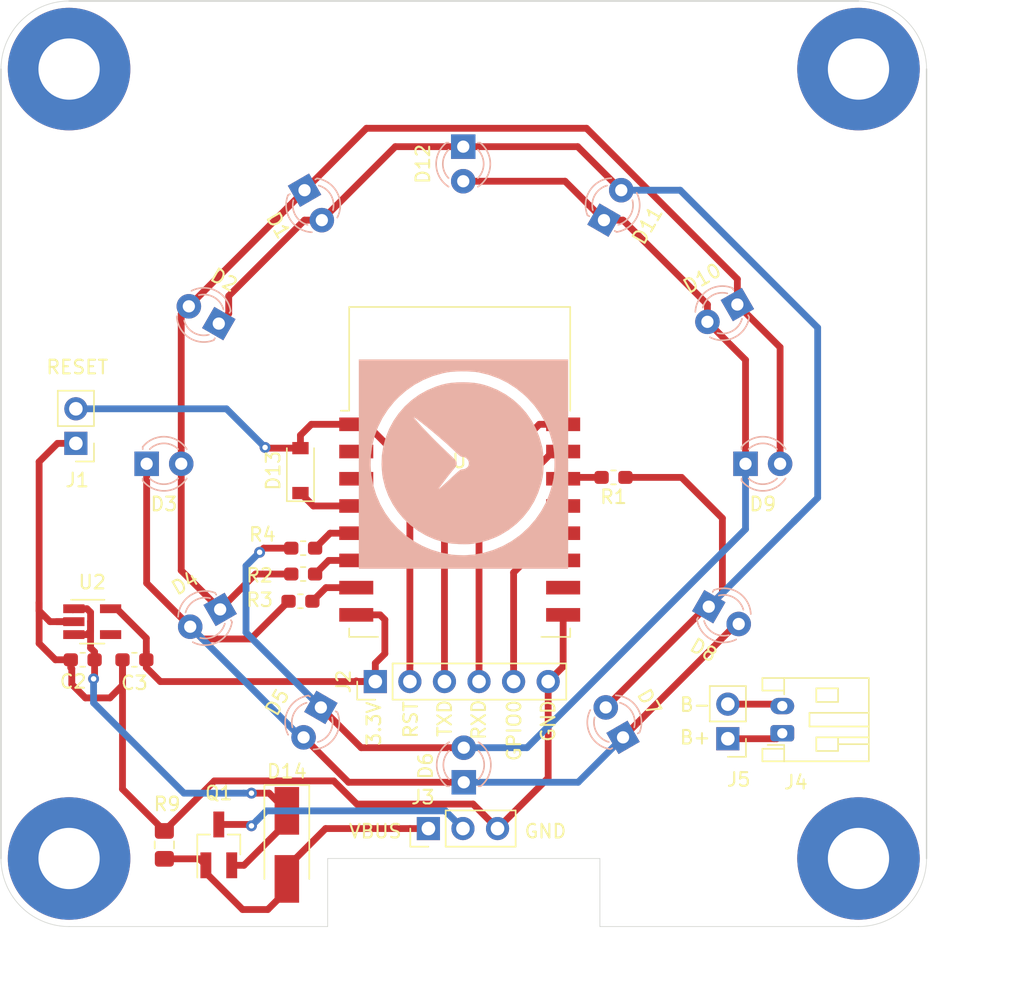
<source format=kicad_pcb>
(kicad_pcb (version 20171130) (host pcbnew "(5.1.4-0)")

  (general
    (thickness 1.6)
    (drawings 28)
    (tracks 196)
    (zones 0)
    (modules 34)
    (nets 27)
  )

  (page A4)
  (title_block
    (title "ESP8266 NTP Clock")
    (date 2022-04-01)
    (rev v1.0)
    (company www.e-tinkers.com)
    (comment 4 "Henry Cheung")
  )

  (layers
    (0 F.Cu signal)
    (31 B.Cu signal)
    (32 B.Adhes user hide)
    (33 F.Adhes user hide)
    (34 B.Paste user)
    (35 F.Paste user)
    (36 B.SilkS user)
    (37 F.SilkS user)
    (38 B.Mask user)
    (39 F.Mask user)
    (40 Dwgs.User user)
    (41 Cmts.User user hide)
    (42 Eco1.User user hide)
    (43 Eco2.User user hide)
    (44 Edge.Cuts user)
    (45 Margin user hide)
    (46 B.CrtYd user hide)
    (47 F.CrtYd user hide)
    (48 B.Fab user hide)
    (49 F.Fab user hide)
  )

  (setup
    (last_trace_width 0.25)
    (user_trace_width 0.3)
    (user_trace_width 0.5)
    (trace_clearance 0.2)
    (zone_clearance 0.508)
    (zone_45_only no)
    (trace_min 0.2)
    (via_size 0.8)
    (via_drill 0.4)
    (via_min_size 0.4)
    (via_min_drill 0.3)
    (uvia_size 0.3)
    (uvia_drill 0.1)
    (uvias_allowed no)
    (uvia_min_size 0.2)
    (uvia_min_drill 0.1)
    (edge_width 0.05)
    (segment_width 0.2)
    (pcb_text_width 0.3)
    (pcb_text_size 1.5 1.5)
    (mod_edge_width 0.12)
    (mod_text_size 1 1)
    (mod_text_width 0.15)
    (pad_size 1.524 1.524)
    (pad_drill 0.762)
    (pad_to_mask_clearance 0.051)
    (solder_mask_min_width 0.25)
    (aux_axis_origin 0 0)
    (visible_elements FFFFFF7F)
    (pcbplotparams
      (layerselection 0x010fc_ffffffff)
      (usegerberextensions false)
      (usegerberattributes false)
      (usegerberadvancedattributes false)
      (creategerberjobfile false)
      (excludeedgelayer true)
      (linewidth 0.100000)
      (plotframeref false)
      (viasonmask false)
      (mode 1)
      (useauxorigin false)
      (hpglpennumber 1)
      (hpglpenspeed 20)
      (hpglpendiameter 15.000000)
      (psnegative false)
      (psa4output false)
      (plotreference true)
      (plotvalue true)
      (plotinvisibletext false)
      (padsonsilk false)
      (subtractmaskfromsilk false)
      (outputformat 1)
      (mirror false)
      (drillshape 0)
      (scaleselection 1)
      (outputdirectory "gerber/"))
  )

  (net 0 "")
  (net 1 GND)
  (net 2 "Net-(C2-Pad1)")
  (net 3 +3V3)
  (net 4 "Net-(D1-Pad2)")
  (net 5 "Net-(D1-Pad1)")
  (net 6 "Net-(D3-Pad1)")
  (net 7 "Net-(D10-Pad2)")
  (net 8 "Net-(D13-Pad1)")
  (net 9 RST)
  (net 10 VBUS)
  (net 11 GPIO0)
  (net 12 RXD)
  (net 13 TXD)
  (net 14 +BATT)
  (net 15 P1)
  (net 16 P2)
  (net 17 P3)
  (net 18 P4)
  (net 19 "Net-(U1-Pad13)")
  (net 20 "Net-(U1-Pad11)")
  (net 21 "Net-(U1-Pad10)")
  (net 22 "Net-(U1-Pad3)")
  (net 23 "Net-(U1-Pad2)")
  (net 24 "Net-(U2-Pad4)")
  (net 25 "Net-(J4-Pad1)")
  (net 26 "Net-(J4-Pad2)")

  (net_class Default "This is the default net class."
    (clearance 0.2)
    (trace_width 0.25)
    (via_dia 0.8)
    (via_drill 0.4)
    (uvia_dia 0.3)
    (uvia_drill 0.1)
    (add_net +3V3)
    (add_net +BATT)
    (add_net GND)
    (add_net GPIO0)
    (add_net "Net-(C2-Pad1)")
    (add_net "Net-(D1-Pad1)")
    (add_net "Net-(D1-Pad2)")
    (add_net "Net-(D10-Pad2)")
    (add_net "Net-(D13-Pad1)")
    (add_net "Net-(D3-Pad1)")
    (add_net "Net-(J4-Pad1)")
    (add_net "Net-(J4-Pad2)")
    (add_net "Net-(U1-Pad10)")
    (add_net "Net-(U1-Pad11)")
    (add_net "Net-(U1-Pad13)")
    (add_net "Net-(U1-Pad2)")
    (add_net "Net-(U1-Pad3)")
    (add_net "Net-(U2-Pad4)")
    (add_net P1)
    (add_net P2)
    (add_net P3)
    (add_net P4)
    (add_net RST)
    (add_net RXD)
    (add_net TXD)
    (add_net VBUS)
  )

  (module clock:clock (layer B.Cu) (tedit 0) (tstamp 6245B06C)
    (at 114 84 180)
    (fp_text reference G*** (at 0 0) (layer B.SilkS) hide
      (effects (font (size 1.524 1.524) (thickness 0.3)) (justify mirror))
    )
    (fp_text value LOGO (at 0.75 0) (layer B.SilkS) hide
      (effects (font (size 1.524 1.524) (thickness 0.3)) (justify mirror))
    )
    (fp_poly (pts (xy 7.704667 -7.704667) (xy -7.662333 -7.704667) (xy -7.662333 0.150158) (xy -6.668053 0.150158)
      (xy -6.664567 -0.274766) (xy -6.642882 -0.678697) (xy -6.602811 -1.035676) (xy -6.588602 -1.121833)
      (xy -6.517827 -1.447073) (xy -6.4177 -1.812596) (xy -6.298274 -2.186739) (xy -6.169607 -2.537841)
      (xy -6.050828 -2.815167) (xy -5.697611 -3.46664) (xy -5.272417 -4.080803) (xy -4.783581 -4.647143)
      (xy -4.23944 -5.155147) (xy -4.114734 -5.256765) (xy -3.508964 -5.685636) (xy -2.863438 -6.043678)
      (xy -2.185741 -6.328767) (xy -1.48346 -6.538778) (xy -0.764178 -6.671588) (xy -0.035482 -6.725073)
      (xy 0.695043 -6.697108) (xy 0.932266 -6.670039) (xy 1.674836 -6.529916) (xy 2.387625 -6.313424)
      (xy 3.065728 -6.024462) (xy 3.704243 -5.666932) (xy 4.298266 -5.244735) (xy 4.842894 -4.761773)
      (xy 5.333224 -4.221947) (xy 5.764353 -3.629158) (xy 6.131376 -2.987307) (xy 6.429392 -2.300297)
      (xy 6.431512 -2.294555) (xy 6.653156 -1.574797) (xy 6.792592 -0.847021) (xy 6.851138 -0.117073)
      (xy 6.83011 0.609197) (xy 6.730824 1.325943) (xy 6.554596 2.027317) (xy 6.302742 2.70747)
      (xy 5.97658 3.360554) (xy 5.577425 3.980723) (xy 5.106594 4.562127) (xy 4.821069 4.859814)
      (xy 4.246996 5.366503) (xy 3.630812 5.799812) (xy 2.973592 6.159185) (xy 2.276412 6.444065)
      (xy 1.540349 6.653896) (xy 1.227667 6.718087) (xy 0.949792 6.755582) (xy 0.612437 6.780176)
      (xy 0.239793 6.791903) (xy -0.143947 6.790794) (xy -0.51459 6.776882) (xy -0.847944 6.7502)
      (xy -1.097849 6.714968) (xy -1.839036 6.535523) (xy -2.547433 6.278453) (xy -3.219729 5.945503)
      (xy -3.852614 5.538419) (xy -4.442777 5.058945) (xy -4.693279 4.820279) (xy -5.204096 4.253763)
      (xy -5.639148 3.650749) (xy -5.999903 3.008481) (xy -6.28783 2.3242) (xy -6.504395 1.595147)
      (xy -6.571188 1.291281) (xy -6.621176 0.959142) (xy -6.653527 0.570114) (xy -6.668053 0.150158)
      (xy -7.662333 0.150158) (xy -7.662333 7.662333) (xy 7.704667 7.662333) (xy 7.704667 -7.704667)) (layer B.SilkS) (width 0.01))
    (fp_poly (pts (xy 0.528456 5.975647) (xy 0.915393 5.945882) (xy 1.271652 5.891141) (xy 1.623409 5.807223)
      (xy 1.996839 5.68993) (xy 2.061142 5.667504) (xy 2.704842 5.397085) (xy 3.302262 5.059494)
      (xy 3.850055 4.660531) (xy 4.34487 4.205996) (xy 4.783359 3.701686) (xy 5.162174 3.153401)
      (xy 5.477964 2.56694) (xy 5.727383 1.948102) (xy 5.907079 1.302685) (xy 6.013705 0.636489)
      (xy 6.043912 -0.044687) (xy 5.994351 -0.735045) (xy 5.943607 -1.055373) (xy 5.776545 -1.726445)
      (xy 5.534019 -2.366499) (xy 5.221186 -2.970372) (xy 4.843204 -3.5329) (xy 4.40523 -4.04892)
      (xy 3.912423 -4.513271) (xy 3.369939 -4.920787) (xy 2.782938 -5.266308) (xy 2.156575 -5.544669)
      (xy 1.49601 -5.750708) (xy 1.184547 -5.819306) (xy 0.936099 -5.855884) (xy 0.632633 -5.883573)
      (xy 0.30102 -5.901432) (xy -0.031872 -5.908521) (xy -0.339173 -5.9039) (xy -0.594014 -5.886629)
      (xy -0.62748 -5.882711) (xy -1.212893 -5.776401) (xy -1.803907 -5.608187) (xy -2.369458 -5.387938)
      (xy -2.709333 -5.221207) (xy -3.320411 -4.845914) (xy -3.874565 -4.409426) (xy -4.368814 -3.915807)
      (xy -4.800172 -3.369122) (xy -5.165657 -2.773437) (xy -5.462284 -2.132817) (xy -5.68707 -1.451327)
      (xy -5.785002 -1.030648) (xy -5.828782 -0.726883) (xy -5.854493 -0.366377) (xy -5.862378 0.024952)
      (xy -5.861619 0.055986) (xy -0.381 0.055986) (xy -0.36392 -0.078246) (xy -0.322084 -0.191312)
      (xy -0.31493 -0.202489) (xy -0.195332 -0.316657) (xy -0.038623 -0.394387) (xy 0.117365 -0.417282)
      (xy 0.12528 -0.416573) (xy 0.178367 -0.419928) (xy 0.24175 -0.445868) (xy 0.325712 -0.502046)
      (xy 0.440538 -0.596112) (xy 0.596511 -0.735717) (xy 0.767482 -0.894366) (xy 1.035075 -1.143534)
      (xy 1.275299 -1.364598) (xy 1.481938 -1.552002) (xy 1.648777 -1.700189) (xy 1.769602 -1.803601)
      (xy 1.838196 -1.856681) (xy 1.850446 -1.862667) (xy 1.837968 -1.831593) (xy 1.78645 -1.750267)
      (xy 1.709968 -1.640417) (xy 1.527765 -1.392633) (xy 1.316064 -1.113385) (xy 1.095936 -0.829901)
      (xy 0.888451 -0.569413) (xy 0.761469 -0.414676) (xy 0.643337 -0.267831) (xy 0.572403 -0.161341)
      (xy 0.537741 -0.074) (xy 0.528424 0.015399) (xy 0.528682 0.037143) (xy 0.532747 0.093992)
      (xy 0.546919 0.147467) (xy 0.578794 0.206465) (xy 0.635965 0.279886) (xy 0.726029 0.376628)
      (xy 0.856581 0.505591) (xy 1.035216 0.675672) (xy 1.229532 0.858278) (xy 1.628044 1.237752)
      (xy 2.023783 1.625637) (xy 2.40676 2.011552) (xy 2.766987 2.385118) (xy 3.094477 2.735956)
      (xy 3.379241 3.053686) (xy 3.611292 3.327928) (xy 3.638951 3.362194) (xy 3.679853 3.417897)
      (xy 3.665364 3.420683) (xy 3.640667 3.407418) (xy 3.503079 3.318728) (xy 3.312269 3.180598)
      (xy 3.077482 3.000738) (xy 2.807963 2.786859) (xy 2.512959 2.546669) (xy 2.201714 2.28788)
      (xy 1.883474 2.018202) (xy 1.567485 1.745343) (xy 1.262993 1.477016) (xy 0.979244 1.220929)
      (xy 0.725482 0.984793) (xy 0.656167 0.918595) (xy 0.483505 0.754448) (xy 0.357202 0.64108)
      (xy 0.263945 0.569206) (xy 0.19042 0.529542) (xy 0.123313 0.512803) (xy 0.06985 0.509714)
      (xy -0.101342 0.46915) (xy -0.246894 0.364647) (xy -0.346742 0.216399) (xy -0.381 0.055986)
      (xy -5.861619 0.055986) (xy -5.852678 0.421181) (xy -5.825638 0.796392) (xy -5.781497 1.124662)
      (xy -5.764031 1.214476) (xy -5.575239 1.905965) (xy -5.313534 2.560351) (xy -4.983045 3.172888)
      (xy -4.587897 3.738831) (xy -4.132217 4.253433) (xy -3.620132 4.71195) (xy -3.05577 5.109634)
      (xy -2.443256 5.441741) (xy -1.891809 5.667529) (xy -1.512372 5.790616) (xy -1.158876 5.879647)
      (xy -0.805139 5.938824) (xy -0.424981 5.972346) (xy 0.007781 5.984414) (xy 0.084667 5.984635)
      (xy 0.528456 5.975647)) (layer B.SilkS) (width 0.01))
  )

  (module MountingHole:MountingHole_4.5mm_Pad (layer F.Cu) (tedit 56D1B4CB) (tstamp 62454D41)
    (at 85 113)
    (descr "Mounting Hole 4.5mm")
    (tags "mounting hole 4.5mm")
    (path /6246FC82)
    (attr virtual)
    (fp_text reference H3 (at 0 -5.5) (layer F.Fab)
      (effects (font (size 1 1) (thickness 0.15)))
    )
    (fp_text value MountingHole (at 0 5.5) (layer F.Fab)
      (effects (font (size 1 1) (thickness 0.15)))
    )
    (fp_circle (center 0 0) (end 4.75 0) (layer F.CrtYd) (width 0.05))
    (fp_circle (center 0 0) (end 4.5 0) (layer Cmts.User) (width 0.15))
    (fp_text user %R (at 0.3 0) (layer F.Fab)
      (effects (font (size 1 1) (thickness 0.15)))
    )
    (pad 1 thru_hole circle (at 0 0) (size 9 9) (drill 4.5) (layers *.Cu *.Mask))
  )

  (module Capacitor_SMD:C_0603_1608Metric_Pad1.05x0.95mm_HandSolder (layer F.Cu) (tedit 5B301BBE) (tstamp 62454C03)
    (at 86 98.4 180)
    (descr "Capacitor SMD 0603 (1608 Metric), square (rectangular) end terminal, IPC_7351 nominal with elongated pad for handsoldering. (Body size source: http://www.tortai-tech.com/upload/download/2011102023233369053.pdf), generated with kicad-footprint-generator")
    (tags "capacitor handsolder")
    (path /6247D98E)
    (attr smd)
    (fp_text reference C2 (at 0.7 -1.6) (layer F.SilkS)
      (effects (font (size 1 1) (thickness 0.15)))
    )
    (fp_text value 1uF (at 0 1.43) (layer F.Fab)
      (effects (font (size 1 1) (thickness 0.15)))
    )
    (fp_text user %R (at 0 0) (layer F.Fab)
      (effects (font (size 0.4 0.4) (thickness 0.06)))
    )
    (fp_line (start 1.65 0.73) (end -1.65 0.73) (layer F.CrtYd) (width 0.05))
    (fp_line (start 1.65 -0.73) (end 1.65 0.73) (layer F.CrtYd) (width 0.05))
    (fp_line (start -1.65 -0.73) (end 1.65 -0.73) (layer F.CrtYd) (width 0.05))
    (fp_line (start -1.65 0.73) (end -1.65 -0.73) (layer F.CrtYd) (width 0.05))
    (fp_line (start -0.171267 0.51) (end 0.171267 0.51) (layer F.SilkS) (width 0.12))
    (fp_line (start -0.171267 -0.51) (end 0.171267 -0.51) (layer F.SilkS) (width 0.12))
    (fp_line (start 0.8 0.4) (end -0.8 0.4) (layer F.Fab) (width 0.1))
    (fp_line (start 0.8 -0.4) (end 0.8 0.4) (layer F.Fab) (width 0.1))
    (fp_line (start -0.8 -0.4) (end 0.8 -0.4) (layer F.Fab) (width 0.1))
    (fp_line (start -0.8 0.4) (end -0.8 -0.4) (layer F.Fab) (width 0.1))
    (pad 2 smd roundrect (at 0.875 0 180) (size 1.05 0.95) (layers F.Cu F.Paste F.Mask) (roundrect_rratio 0.25)
      (net 1 GND))
    (pad 1 smd roundrect (at -0.875 0 180) (size 1.05 0.95) (layers F.Cu F.Paste F.Mask) (roundrect_rratio 0.25)
      (net 2 "Net-(C2-Pad1)"))
    (model ${KISYS3DMOD}/Capacitor_SMD.3dshapes/C_0603_1608Metric.wrl
      (at (xyz 0 0 0))
      (scale (xyz 1 1 1))
      (rotate (xyz 0 0 0))
    )
  )

  (module Capacitor_SMD:C_0603_1608Metric_Pad1.05x0.95mm_HandSolder (layer F.Cu) (tedit 5B301BBE) (tstamp 62454C14)
    (at 89.8 98.4 180)
    (descr "Capacitor SMD 0603 (1608 Metric), square (rectangular) end terminal, IPC_7351 nominal with elongated pad for handsoldering. (Body size source: http://www.tortai-tech.com/upload/download/2011102023233369053.pdf), generated with kicad-footprint-generator")
    (tags "capacitor handsolder")
    (path /6247CA92)
    (attr smd)
    (fp_text reference C3 (at 0 -1.7) (layer F.SilkS)
      (effects (font (size 1 1) (thickness 0.15)))
    )
    (fp_text value 4.7uF (at 0 1.43) (layer F.Fab)
      (effects (font (size 1 1) (thickness 0.15)))
    )
    (fp_line (start -0.8 0.4) (end -0.8 -0.4) (layer F.Fab) (width 0.1))
    (fp_line (start -0.8 -0.4) (end 0.8 -0.4) (layer F.Fab) (width 0.1))
    (fp_line (start 0.8 -0.4) (end 0.8 0.4) (layer F.Fab) (width 0.1))
    (fp_line (start 0.8 0.4) (end -0.8 0.4) (layer F.Fab) (width 0.1))
    (fp_line (start -0.171267 -0.51) (end 0.171267 -0.51) (layer F.SilkS) (width 0.12))
    (fp_line (start -0.171267 0.51) (end 0.171267 0.51) (layer F.SilkS) (width 0.12))
    (fp_line (start -1.65 0.73) (end -1.65 -0.73) (layer F.CrtYd) (width 0.05))
    (fp_line (start -1.65 -0.73) (end 1.65 -0.73) (layer F.CrtYd) (width 0.05))
    (fp_line (start 1.65 -0.73) (end 1.65 0.73) (layer F.CrtYd) (width 0.05))
    (fp_line (start 1.65 0.73) (end -1.65 0.73) (layer F.CrtYd) (width 0.05))
    (fp_text user %R (at 0 0) (layer F.Fab)
      (effects (font (size 0.4 0.4) (thickness 0.06)))
    )
    (pad 1 smd roundrect (at -0.875 0 180) (size 1.05 0.95) (layers F.Cu F.Paste F.Mask) (roundrect_rratio 0.25)
      (net 3 +3V3))
    (pad 2 smd roundrect (at 0.875 0 180) (size 1.05 0.95) (layers F.Cu F.Paste F.Mask) (roundrect_rratio 0.25)
      (net 1 GND))
    (model ${KISYS3DMOD}/Capacitor_SMD.3dshapes/C_0603_1608Metric.wrl
      (at (xyz 0 0 0))
      (scale (xyz 1 1 1))
      (rotate (xyz 0 0 0))
    )
  )

  (module LED_THT:LED_D3.0mm (layer B.Cu) (tedit 587A3A7B) (tstamp 62454C27)
    (at 102.3 63.9 300)
    (descr "LED, diameter 3.0mm, 2 pins")
    (tags "LED diameter 3.0mm 2 pins")
    (path /62433036)
    (fp_text reference D1 (at 1.27 2.96 300) (layer F.SilkS)
      (effects (font (size 1 1) (thickness 0.15)))
    )
    (fp_text value LED (at 1.27 -2.96 300) (layer B.Fab)
      (effects (font (size 1 1) (thickness 0.15)) (justify mirror))
    )
    (fp_line (start 3.7 2.25) (end -1.15 2.25) (layer B.CrtYd) (width 0.05))
    (fp_line (start 3.7 -2.25) (end 3.7 2.25) (layer B.CrtYd) (width 0.05))
    (fp_line (start -1.15 -2.25) (end 3.7 -2.25) (layer B.CrtYd) (width 0.05))
    (fp_line (start -1.15 2.25) (end -1.15 -2.25) (layer B.CrtYd) (width 0.05))
    (fp_line (start -0.29 -1.08) (end -0.29 -1.236) (layer B.SilkS) (width 0.12))
    (fp_line (start -0.29 1.236) (end -0.29 1.08) (layer B.SilkS) (width 0.12))
    (fp_line (start -0.23 1.16619) (end -0.23 -1.16619) (layer B.Fab) (width 0.1))
    (fp_circle (center 1.27 0) (end 2.77 0) (layer B.Fab) (width 0.1))
    (fp_arc (start 1.27 0) (end 0.229039 -1.08) (angle 87.9) (layer B.SilkS) (width 0.12))
    (fp_arc (start 1.27 0) (end 0.229039 1.08) (angle -87.9) (layer B.SilkS) (width 0.12))
    (fp_arc (start 1.27 0) (end -0.29 -1.235516) (angle 108.8) (layer B.SilkS) (width 0.12))
    (fp_arc (start 1.27 0) (end -0.29 1.235516) (angle -108.8) (layer B.SilkS) (width 0.12))
    (fp_arc (start 1.27 0) (end -0.23 1.16619) (angle -284.3) (layer B.Fab) (width 0.1))
    (pad 2 thru_hole circle (at 2.54 0 300) (size 1.8 1.8) (drill 0.9) (layers *.Cu *.Mask)
      (net 4 "Net-(D1-Pad2)"))
    (pad 1 thru_hole rect (at 0 0 300) (size 1.8 1.8) (drill 0.9) (layers *.Cu *.Mask)
      (net 5 "Net-(D1-Pad1)"))
    (model ${KISYS3DMOD}/LED_THT.3dshapes/LED_D3.0mm.wrl
      (at (xyz 0 0 0))
      (scale (xyz 1 1 1))
      (rotate (xyz 0 0 0))
    )
  )

  (module LED_THT:LED_D3.0mm (layer B.Cu) (tedit 587A3A7B) (tstamp 62454C3A)
    (at 96 73.7 150)
    (descr "LED, diameter 3.0mm, 2 pins")
    (tags "LED diameter 3.0mm 2 pins")
    (path /62433CD2)
    (fp_text reference D2 (at 1.27 2.96 -30) (layer F.SilkS)
      (effects (font (size 1 1) (thickness 0.15)))
    )
    (fp_text value LED (at 1.27 -2.96 330) (layer B.Fab)
      (effects (font (size 1 1) (thickness 0.15)) (justify mirror))
    )
    (fp_arc (start 1.27 0) (end -0.23 1.16619) (angle -284.3) (layer B.Fab) (width 0.1))
    (fp_arc (start 1.27 0) (end -0.29 1.235516) (angle -108.8) (layer B.SilkS) (width 0.12))
    (fp_arc (start 1.27 0) (end -0.29 -1.235516) (angle 108.8) (layer B.SilkS) (width 0.12))
    (fp_arc (start 1.27 0) (end 0.229039 1.08) (angle -87.9) (layer B.SilkS) (width 0.12))
    (fp_arc (start 1.27 0) (end 0.229039 -1.08) (angle 87.9) (layer B.SilkS) (width 0.12))
    (fp_circle (center 1.27 0) (end 2.77 0) (layer B.Fab) (width 0.1))
    (fp_line (start -0.23 1.16619) (end -0.23 -1.16619) (layer B.Fab) (width 0.1))
    (fp_line (start -0.29 1.236) (end -0.29 1.08) (layer B.SilkS) (width 0.12))
    (fp_line (start -0.29 -1.08) (end -0.29 -1.236) (layer B.SilkS) (width 0.12))
    (fp_line (start -1.15 2.25) (end -1.15 -2.25) (layer B.CrtYd) (width 0.05))
    (fp_line (start -1.15 -2.25) (end 3.7 -2.25) (layer B.CrtYd) (width 0.05))
    (fp_line (start 3.7 -2.25) (end 3.7 2.25) (layer B.CrtYd) (width 0.05))
    (fp_line (start 3.7 2.25) (end -1.15 2.25) (layer B.CrtYd) (width 0.05))
    (pad 1 thru_hole rect (at 0 0 150) (size 1.8 1.8) (drill 0.9) (layers *.Cu *.Mask)
      (net 4 "Net-(D1-Pad2)"))
    (pad 2 thru_hole circle (at 2.54 0 150) (size 1.8 1.8) (drill 0.9) (layers *.Cu *.Mask)
      (net 5 "Net-(D1-Pad1)"))
    (model ${KISYS3DMOD}/LED_THT.3dshapes/LED_D3.0mm.wrl
      (at (xyz 0 0 0))
      (scale (xyz 1 1 1))
      (rotate (xyz 0 0 0))
    )
  )

  (module LED_THT:LED_D3.0mm (layer B.Cu) (tedit 587A3A7B) (tstamp 62454C4D)
    (at 90.7 84)
    (descr "LED, diameter 3.0mm, 2 pins")
    (tags "LED diameter 3.0mm 2 pins")
    (path /62434265)
    (fp_text reference D3 (at 1.27 2.96) (layer F.SilkS)
      (effects (font (size 1 1) (thickness 0.15)))
    )
    (fp_text value LED (at 1.27 -2.96) (layer B.Fab)
      (effects (font (size 1 1) (thickness 0.15)) (justify mirror))
    )
    (fp_line (start 3.7 2.25) (end -1.15 2.25) (layer B.CrtYd) (width 0.05))
    (fp_line (start 3.7 -2.25) (end 3.7 2.25) (layer B.CrtYd) (width 0.05))
    (fp_line (start -1.15 -2.25) (end 3.7 -2.25) (layer B.CrtYd) (width 0.05))
    (fp_line (start -1.15 2.25) (end -1.15 -2.25) (layer B.CrtYd) (width 0.05))
    (fp_line (start -0.29 -1.08) (end -0.29 -1.236) (layer B.SilkS) (width 0.12))
    (fp_line (start -0.29 1.236) (end -0.29 1.08) (layer B.SilkS) (width 0.12))
    (fp_line (start -0.23 1.16619) (end -0.23 -1.16619) (layer B.Fab) (width 0.1))
    (fp_circle (center 1.27 0) (end 2.77 0) (layer B.Fab) (width 0.1))
    (fp_arc (start 1.27 0) (end 0.229039 -1.08) (angle 87.9) (layer B.SilkS) (width 0.12))
    (fp_arc (start 1.27 0) (end 0.229039 1.08) (angle -87.9) (layer B.SilkS) (width 0.12))
    (fp_arc (start 1.27 0) (end -0.29 -1.235516) (angle 108.8) (layer B.SilkS) (width 0.12))
    (fp_arc (start 1.27 0) (end -0.29 1.235516) (angle -108.8) (layer B.SilkS) (width 0.12))
    (fp_arc (start 1.27 0) (end -0.23 1.16619) (angle -284.3) (layer B.Fab) (width 0.1))
    (pad 2 thru_hole circle (at 2.54 0) (size 1.8 1.8) (drill 0.9) (layers *.Cu *.Mask)
      (net 5 "Net-(D1-Pad1)"))
    (pad 1 thru_hole rect (at 0 0) (size 1.8 1.8) (drill 0.9) (layers *.Cu *.Mask)
      (net 6 "Net-(D3-Pad1)"))
    (model ${KISYS3DMOD}/LED_THT.3dshapes/LED_D3.0mm.wrl
      (at (xyz 0 0 0))
      (scale (xyz 1 1 1))
      (rotate (xyz 0 0 0))
    )
  )

  (module LED_THT:LED_D3.0mm (layer B.Cu) (tedit 587A3A7B) (tstamp 62454C60)
    (at 96.1 94.7 210)
    (descr "LED, diameter 3.0mm, 2 pins")
    (tags "LED diameter 3.0mm 2 pins")
    (path /624348FD)
    (fp_text reference D4 (at 1.27 2.96 210) (layer F.SilkS)
      (effects (font (size 1 1) (thickness 0.15)))
    )
    (fp_text value LED (at 1.27 -2.96 210) (layer B.Fab)
      (effects (font (size 1 1) (thickness 0.15)) (justify mirror))
    )
    (fp_arc (start 1.27 0) (end -0.23 1.16619) (angle -284.3) (layer B.Fab) (width 0.1))
    (fp_arc (start 1.27 0) (end -0.29 1.235516) (angle -108.8) (layer B.SilkS) (width 0.12))
    (fp_arc (start 1.27 0) (end -0.29 -1.235516) (angle 108.8) (layer B.SilkS) (width 0.12))
    (fp_arc (start 1.27 0) (end 0.229039 1.08) (angle -87.9) (layer B.SilkS) (width 0.12))
    (fp_arc (start 1.27 0) (end 0.229039 -1.08) (angle 87.9) (layer B.SilkS) (width 0.12))
    (fp_circle (center 1.27 0) (end 2.77 0) (layer B.Fab) (width 0.1))
    (fp_line (start -0.23 1.16619) (end -0.23 -1.16619) (layer B.Fab) (width 0.1))
    (fp_line (start -0.29 1.236) (end -0.29 1.08) (layer B.SilkS) (width 0.12))
    (fp_line (start -0.29 -1.08) (end -0.29 -1.236) (layer B.SilkS) (width 0.12))
    (fp_line (start -1.15 2.25) (end -1.15 -2.25) (layer B.CrtYd) (width 0.05))
    (fp_line (start -1.15 -2.25) (end 3.7 -2.25) (layer B.CrtYd) (width 0.05))
    (fp_line (start 3.7 -2.25) (end 3.7 2.25) (layer B.CrtYd) (width 0.05))
    (fp_line (start 3.7 2.25) (end -1.15 2.25) (layer B.CrtYd) (width 0.05))
    (pad 1 thru_hole rect (at 0 0 210) (size 1.8 1.8) (drill 0.9) (layers *.Cu *.Mask)
      (net 5 "Net-(D1-Pad1)"))
    (pad 2 thru_hole circle (at 2.54 0 210) (size 1.8 1.8) (drill 0.9) (layers *.Cu *.Mask)
      (net 6 "Net-(D3-Pad1)"))
    (model ${KISYS3DMOD}/LED_THT.3dshapes/LED_D3.0mm.wrl
      (at (xyz 0 0 0))
      (scale (xyz 1 1 1))
      (rotate (xyz 0 0 0))
    )
  )

  (module LED_THT:LED_D3.0mm (layer B.Cu) (tedit 587A3A7B) (tstamp 62454C73)
    (at 103.5 101.9 240)
    (descr "LED, diameter 3.0mm, 2 pins")
    (tags "LED diameter 3.0mm 2 pins")
    (path /62434EAD)
    (fp_text reference D5 (at 1.27 2.96 240) (layer F.SilkS)
      (effects (font (size 1 1) (thickness 0.15)))
    )
    (fp_text value LED (at 1.27 -2.96 240) (layer B.Fab)
      (effects (font (size 1 1) (thickness 0.15)) (justify mirror))
    )
    (fp_line (start 3.7 2.25) (end -1.15 2.25) (layer B.CrtYd) (width 0.05))
    (fp_line (start 3.7 -2.25) (end 3.7 2.25) (layer B.CrtYd) (width 0.05))
    (fp_line (start -1.15 -2.25) (end 3.7 -2.25) (layer B.CrtYd) (width 0.05))
    (fp_line (start -1.15 2.25) (end -1.15 -2.25) (layer B.CrtYd) (width 0.05))
    (fp_line (start -0.29 -1.08) (end -0.29 -1.236) (layer B.SilkS) (width 0.12))
    (fp_line (start -0.29 1.236) (end -0.29 1.08) (layer B.SilkS) (width 0.12))
    (fp_line (start -0.23 1.16619) (end -0.23 -1.16619) (layer B.Fab) (width 0.1))
    (fp_circle (center 1.27 0) (end 2.77 0) (layer B.Fab) (width 0.1))
    (fp_arc (start 1.27 0) (end 0.229039 -1.08) (angle 87.9) (layer B.SilkS) (width 0.12))
    (fp_arc (start 1.27 0) (end 0.229039 1.08) (angle -87.9) (layer B.SilkS) (width 0.12))
    (fp_arc (start 1.27 0) (end -0.29 -1.235516) (angle 108.8) (layer B.SilkS) (width 0.12))
    (fp_arc (start 1.27 0) (end -0.29 1.235516) (angle -108.8) (layer B.SilkS) (width 0.12))
    (fp_arc (start 1.27 0) (end -0.23 1.16619) (angle -284.3) (layer B.Fab) (width 0.1))
    (pad 2 thru_hole circle (at 2.54 0 240) (size 1.8 1.8) (drill 0.9) (layers *.Cu *.Mask)
      (net 6 "Net-(D3-Pad1)"))
    (pad 1 thru_hole rect (at 0 0 240) (size 1.8 1.8) (drill 0.9) (layers *.Cu *.Mask)
      (net 7 "Net-(D10-Pad2)"))
    (model ${KISYS3DMOD}/LED_THT.3dshapes/LED_D3.0mm.wrl
      (at (xyz 0 0 0))
      (scale (xyz 1 1 1))
      (rotate (xyz 0 0 0))
    )
  )

  (module LED_THT:LED_D3.0mm (layer B.Cu) (tedit 587A3A7B) (tstamp 62454C86)
    (at 114 107.4 90)
    (descr "LED, diameter 3.0mm, 2 pins")
    (tags "LED diameter 3.0mm 2 pins")
    (path /62435440)
    (fp_text reference D6 (at 1.2 -2.8 270) (layer F.SilkS)
      (effects (font (size 1 1) (thickness 0.15)))
    )
    (fp_text value LED (at 1.27 -2.96 -90) (layer B.Fab)
      (effects (font (size 1 1) (thickness 0.15)) (justify mirror))
    )
    (fp_arc (start 1.27 0) (end -0.23 1.16619) (angle -284.3) (layer B.Fab) (width 0.1))
    (fp_arc (start 1.27 0) (end -0.29 1.235516) (angle -108.8) (layer B.SilkS) (width 0.12))
    (fp_arc (start 1.27 0) (end -0.29 -1.235516) (angle 108.8) (layer B.SilkS) (width 0.12))
    (fp_arc (start 1.27 0) (end 0.229039 1.08) (angle -87.9) (layer B.SilkS) (width 0.12))
    (fp_arc (start 1.27 0) (end 0.229039 -1.08) (angle 87.9) (layer B.SilkS) (width 0.12))
    (fp_circle (center 1.27 0) (end 2.77 0) (layer B.Fab) (width 0.1))
    (fp_line (start -0.23 1.16619) (end -0.23 -1.16619) (layer B.Fab) (width 0.1))
    (fp_line (start -0.29 1.236) (end -0.29 1.08) (layer B.SilkS) (width 0.12))
    (fp_line (start -0.29 -1.08) (end -0.29 -1.236) (layer B.SilkS) (width 0.12))
    (fp_line (start -1.15 2.25) (end -1.15 -2.25) (layer B.CrtYd) (width 0.05))
    (fp_line (start -1.15 -2.25) (end 3.7 -2.25) (layer B.CrtYd) (width 0.05))
    (fp_line (start 3.7 -2.25) (end 3.7 2.25) (layer B.CrtYd) (width 0.05))
    (fp_line (start 3.7 2.25) (end -1.15 2.25) (layer B.CrtYd) (width 0.05))
    (pad 1 thru_hole rect (at 0 0 90) (size 1.8 1.8) (drill 0.9) (layers *.Cu *.Mask)
      (net 6 "Net-(D3-Pad1)"))
    (pad 2 thru_hole circle (at 2.54 0 90) (size 1.8 1.8) (drill 0.9) (layers *.Cu *.Mask)
      (net 7 "Net-(D10-Pad2)"))
    (model ${KISYS3DMOD}/LED_THT.3dshapes/LED_D3.0mm.wrl
      (at (xyz 0 0 0))
      (scale (xyz 1 1 1))
      (rotate (xyz 0 0 0))
    )
  )

  (module LED_THT:LED_D3.0mm (layer B.Cu) (tedit 587A3A7B) (tstamp 62454C99)
    (at 125.7 104.1 120)
    (descr "LED, diameter 3.0mm, 2 pins")
    (tags "LED diameter 3.0mm 2 pins")
    (path /6243978D)
    (fp_text reference D7 (at 1.27 2.96 300) (layer F.SilkS)
      (effects (font (size 1 1) (thickness 0.15)))
    )
    (fp_text value LED (at 1.27 -2.96 -60) (layer B.Fab)
      (effects (font (size 1 1) (thickness 0.15)) (justify mirror))
    )
    (fp_line (start 3.7 2.25) (end -1.15 2.25) (layer B.CrtYd) (width 0.05))
    (fp_line (start 3.7 -2.25) (end 3.7 2.25) (layer B.CrtYd) (width 0.05))
    (fp_line (start -1.15 -2.25) (end 3.7 -2.25) (layer B.CrtYd) (width 0.05))
    (fp_line (start -1.15 2.25) (end -1.15 -2.25) (layer B.CrtYd) (width 0.05))
    (fp_line (start -0.29 -1.08) (end -0.29 -1.236) (layer B.SilkS) (width 0.12))
    (fp_line (start -0.29 1.236) (end -0.29 1.08) (layer B.SilkS) (width 0.12))
    (fp_line (start -0.23 1.16619) (end -0.23 -1.16619) (layer B.Fab) (width 0.1))
    (fp_circle (center 1.27 0) (end 2.77 0) (layer B.Fab) (width 0.1))
    (fp_arc (start 1.27 0) (end 0.229039 -1.08) (angle 87.9) (layer B.SilkS) (width 0.12))
    (fp_arc (start 1.27 0) (end 0.229039 1.08) (angle -87.9) (layer B.SilkS) (width 0.12))
    (fp_arc (start 1.27 0) (end -0.29 -1.235516) (angle 108.8) (layer B.SilkS) (width 0.12))
    (fp_arc (start 1.27 0) (end -0.29 1.235516) (angle -108.8) (layer B.SilkS) (width 0.12))
    (fp_arc (start 1.27 0) (end -0.23 1.16619) (angle -284.3) (layer B.Fab) (width 0.1))
    (pad 2 thru_hole circle (at 2.54 0 120) (size 1.8 1.8) (drill 0.9) (layers *.Cu *.Mask)
      (net 4 "Net-(D1-Pad2)"))
    (pad 1 thru_hole rect (at 0 0 120) (size 1.8 1.8) (drill 0.9) (layers *.Cu *.Mask)
      (net 6 "Net-(D3-Pad1)"))
    (model ${KISYS3DMOD}/LED_THT.3dshapes/LED_D3.0mm.wrl
      (at (xyz 0 0 0))
      (scale (xyz 1 1 1))
      (rotate (xyz 0 0 0))
    )
  )

  (module LED_THT:LED_D3.0mm (layer B.Cu) (tedit 587A3A7B) (tstamp 62454CAC)
    (at 132 94.5 330)
    (descr "LED, diameter 3.0mm, 2 pins")
    (tags "LED diameter 3.0mm 2 pins")
    (path /62439797)
    (fp_text reference D8 (at 1.27 2.96 330) (layer F.SilkS)
      (effects (font (size 1 1) (thickness 0.15)))
    )
    (fp_text value LED (at 1.27 -2.96 330) (layer B.Fab)
      (effects (font (size 1 1) (thickness 0.15)) (justify mirror))
    )
    (fp_arc (start 1.27 0) (end -0.23 1.16619) (angle -284.3) (layer B.Fab) (width 0.1))
    (fp_arc (start 1.27 0) (end -0.29 1.235516) (angle -108.8) (layer B.SilkS) (width 0.12))
    (fp_arc (start 1.27 0) (end -0.29 -1.235516) (angle 108.8) (layer B.SilkS) (width 0.12))
    (fp_arc (start 1.27 0) (end 0.229039 1.08) (angle -87.9) (layer B.SilkS) (width 0.12))
    (fp_arc (start 1.27 0) (end 0.229039 -1.08) (angle 87.9) (layer B.SilkS) (width 0.12))
    (fp_circle (center 1.27 0) (end 2.77 0) (layer B.Fab) (width 0.1))
    (fp_line (start -0.23 1.16619) (end -0.23 -1.16619) (layer B.Fab) (width 0.1))
    (fp_line (start -0.29 1.236) (end -0.29 1.08) (layer B.SilkS) (width 0.12))
    (fp_line (start -0.29 -1.08) (end -0.29 -1.236) (layer B.SilkS) (width 0.12))
    (fp_line (start -1.15 2.25) (end -1.15 -2.25) (layer B.CrtYd) (width 0.05))
    (fp_line (start -1.15 -2.25) (end 3.7 -2.25) (layer B.CrtYd) (width 0.05))
    (fp_line (start 3.7 -2.25) (end 3.7 2.25) (layer B.CrtYd) (width 0.05))
    (fp_line (start 3.7 2.25) (end -1.15 2.25) (layer B.CrtYd) (width 0.05))
    (pad 1 thru_hole rect (at 0 0 330) (size 1.8 1.8) (drill 0.9) (layers *.Cu *.Mask)
      (net 4 "Net-(D1-Pad2)"))
    (pad 2 thru_hole circle (at 2.54 0 330) (size 1.8 1.8) (drill 0.9) (layers *.Cu *.Mask)
      (net 6 "Net-(D3-Pad1)"))
    (model ${KISYS3DMOD}/LED_THT.3dshapes/LED_D3.0mm.wrl
      (at (xyz 0 0 0))
      (scale (xyz 1 1 1))
      (rotate (xyz 0 0 0))
    )
  )

  (module LED_THT:LED_D3.0mm (layer B.Cu) (tedit 587A3A7B) (tstamp 62454CBF)
    (at 134.7 84)
    (descr "LED, diameter 3.0mm, 2 pins")
    (tags "LED diameter 3.0mm 2 pins")
    (path /6243BB4A)
    (fp_text reference D9 (at 1.27 2.96) (layer F.SilkS)
      (effects (font (size 1 1) (thickness 0.15)))
    )
    (fp_text value LED (at 1.27 -2.96) (layer B.Fab)
      (effects (font (size 1 1) (thickness 0.15)) (justify mirror))
    )
    (fp_line (start 3.7 2.25) (end -1.15 2.25) (layer B.CrtYd) (width 0.05))
    (fp_line (start 3.7 -2.25) (end 3.7 2.25) (layer B.CrtYd) (width 0.05))
    (fp_line (start -1.15 -2.25) (end 3.7 -2.25) (layer B.CrtYd) (width 0.05))
    (fp_line (start -1.15 2.25) (end -1.15 -2.25) (layer B.CrtYd) (width 0.05))
    (fp_line (start -0.29 -1.08) (end -0.29 -1.236) (layer B.SilkS) (width 0.12))
    (fp_line (start -0.29 1.236) (end -0.29 1.08) (layer B.SilkS) (width 0.12))
    (fp_line (start -0.23 1.16619) (end -0.23 -1.16619) (layer B.Fab) (width 0.1))
    (fp_circle (center 1.27 0) (end 2.77 0) (layer B.Fab) (width 0.1))
    (fp_arc (start 1.27 0) (end 0.229039 -1.08) (angle 87.9) (layer B.SilkS) (width 0.12))
    (fp_arc (start 1.27 0) (end 0.229039 1.08) (angle -87.9) (layer B.SilkS) (width 0.12))
    (fp_arc (start 1.27 0) (end -0.29 -1.235516) (angle 108.8) (layer B.SilkS) (width 0.12))
    (fp_arc (start 1.27 0) (end -0.29 1.235516) (angle -108.8) (layer B.SilkS) (width 0.12))
    (fp_arc (start 1.27 0) (end -0.23 1.16619) (angle -284.3) (layer B.Fab) (width 0.1))
    (pad 2 thru_hole circle (at 2.54 0) (size 1.8 1.8) (drill 0.9) (layers *.Cu *.Mask)
      (net 5 "Net-(D1-Pad1)"))
    (pad 1 thru_hole rect (at 0 0) (size 1.8 1.8) (drill 0.9) (layers *.Cu *.Mask)
      (net 7 "Net-(D10-Pad2)"))
    (model ${KISYS3DMOD}/LED_THT.3dshapes/LED_D3.0mm.wrl
      (at (xyz 0 0 0))
      (scale (xyz 1 1 1))
      (rotate (xyz 0 0 0))
    )
  )

  (module LED_THT:LED_D3.0mm (layer B.Cu) (tedit 587A3A7B) (tstamp 62454CD2)
    (at 134.1 72.3 210)
    (descr "LED, diameter 3.0mm, 2 pins")
    (tags "LED diameter 3.0mm 2 pins")
    (path /6243BB54)
    (fp_text reference D10 (at 1.27 2.96 210) (layer F.SilkS)
      (effects (font (size 1 1) (thickness 0.15)))
    )
    (fp_text value LED (at 1.27 -2.96 210) (layer B.Fab)
      (effects (font (size 1 1) (thickness 0.15)) (justify mirror))
    )
    (fp_arc (start 1.27 0) (end -0.23 1.16619) (angle -284.3) (layer B.Fab) (width 0.1))
    (fp_arc (start 1.27 0) (end -0.29 1.235516) (angle -108.8) (layer B.SilkS) (width 0.12))
    (fp_arc (start 1.27 0) (end -0.29 -1.235516) (angle 108.8) (layer B.SilkS) (width 0.12))
    (fp_arc (start 1.27 0) (end 0.229039 1.08) (angle -87.9) (layer B.SilkS) (width 0.12))
    (fp_arc (start 1.27 0) (end 0.229039 -1.08) (angle 87.9) (layer B.SilkS) (width 0.12))
    (fp_circle (center 1.27 0) (end 2.77 0) (layer B.Fab) (width 0.1))
    (fp_line (start -0.23 1.16619) (end -0.23 -1.16619) (layer B.Fab) (width 0.1))
    (fp_line (start -0.29 1.236) (end -0.29 1.08) (layer B.SilkS) (width 0.12))
    (fp_line (start -0.29 -1.08) (end -0.29 -1.236) (layer B.SilkS) (width 0.12))
    (fp_line (start -1.15 2.25) (end -1.15 -2.25) (layer B.CrtYd) (width 0.05))
    (fp_line (start -1.15 -2.25) (end 3.7 -2.25) (layer B.CrtYd) (width 0.05))
    (fp_line (start 3.7 -2.25) (end 3.7 2.25) (layer B.CrtYd) (width 0.05))
    (fp_line (start 3.7 2.25) (end -1.15 2.25) (layer B.CrtYd) (width 0.05))
    (pad 1 thru_hole rect (at 0 0 210) (size 1.8 1.8) (drill 0.9) (layers *.Cu *.Mask)
      (net 5 "Net-(D1-Pad1)"))
    (pad 2 thru_hole circle (at 2.54 0 210) (size 1.8 1.8) (drill 0.9) (layers *.Cu *.Mask)
      (net 7 "Net-(D10-Pad2)"))
    (model ${KISYS3DMOD}/LED_THT.3dshapes/LED_D3.0mm.wrl
      (at (xyz 0 0 0))
      (scale (xyz 1 1 1))
      (rotate (xyz 0 0 0))
    )
  )

  (module LED_THT:LED_D3.0mm (layer B.Cu) (tedit 587A3A7B) (tstamp 62454CE5)
    (at 124.3 66.1 60)
    (descr "LED, diameter 3.0mm, 2 pins")
    (tags "LED diameter 3.0mm 2 pins")
    (path /6243D9F7)
    (fp_text reference D11 (at 1.27 2.96 240) (layer F.SilkS)
      (effects (font (size 1 1) (thickness 0.15)))
    )
    (fp_text value LED (at 1.27 -2.96 -120) (layer B.Fab)
      (effects (font (size 1 1) (thickness 0.15)) (justify mirror))
    )
    (fp_line (start 3.7 2.25) (end -1.15 2.25) (layer B.CrtYd) (width 0.05))
    (fp_line (start 3.7 -2.25) (end 3.7 2.25) (layer B.CrtYd) (width 0.05))
    (fp_line (start -1.15 -2.25) (end 3.7 -2.25) (layer B.CrtYd) (width 0.05))
    (fp_line (start -1.15 2.25) (end -1.15 -2.25) (layer B.CrtYd) (width 0.05))
    (fp_line (start -0.29 -1.08) (end -0.29 -1.236) (layer B.SilkS) (width 0.12))
    (fp_line (start -0.29 1.236) (end -0.29 1.08) (layer B.SilkS) (width 0.12))
    (fp_line (start -0.23 1.16619) (end -0.23 -1.16619) (layer B.Fab) (width 0.1))
    (fp_circle (center 1.27 0) (end 2.77 0) (layer B.Fab) (width 0.1))
    (fp_arc (start 1.27 0) (end 0.229039 -1.08) (angle 87.9) (layer B.SilkS) (width 0.12))
    (fp_arc (start 1.27 0) (end 0.229039 1.08) (angle -87.9) (layer B.SilkS) (width 0.12))
    (fp_arc (start 1.27 0) (end -0.29 -1.235516) (angle 108.8) (layer B.SilkS) (width 0.12))
    (fp_arc (start 1.27 0) (end -0.29 1.235516) (angle -108.8) (layer B.SilkS) (width 0.12))
    (fp_arc (start 1.27 0) (end -0.23 1.16619) (angle -284.3) (layer B.Fab) (width 0.1))
    (pad 2 thru_hole circle (at 2.54 0 60) (size 1.8 1.8) (drill 0.9) (layers *.Cu *.Mask)
      (net 4 "Net-(D1-Pad2)"))
    (pad 1 thru_hole rect (at 0 0 60) (size 1.8 1.8) (drill 0.9) (layers *.Cu *.Mask)
      (net 7 "Net-(D10-Pad2)"))
    (model ${KISYS3DMOD}/LED_THT.3dshapes/LED_D3.0mm.wrl
      (at (xyz 0 0 0))
      (scale (xyz 1 1 1))
      (rotate (xyz 0 0 0))
    )
  )

  (module LED_THT:LED_D3.0mm (layer B.Cu) (tedit 587A3A7B) (tstamp 62454CF8)
    (at 113.96 60.7 270)
    (descr "LED, diameter 3.0mm, 2 pins")
    (tags "LED diameter 3.0mm 2 pins")
    (path /6243DA01)
    (fp_text reference D12 (at 1.27 2.96 270) (layer F.SilkS)
      (effects (font (size 1 1) (thickness 0.15)))
    )
    (fp_text value LED (at 1.27 -2.96 270) (layer B.Fab)
      (effects (font (size 1 1) (thickness 0.15)) (justify mirror))
    )
    (fp_arc (start 1.27 0) (end -0.23 1.16619) (angle -284.3) (layer B.Fab) (width 0.1))
    (fp_arc (start 1.27 0) (end -0.29 1.235516) (angle -108.8) (layer B.SilkS) (width 0.12))
    (fp_arc (start 1.27 0) (end -0.29 -1.235516) (angle 108.8) (layer B.SilkS) (width 0.12))
    (fp_arc (start 1.27 0) (end 0.229039 1.08) (angle -87.9) (layer B.SilkS) (width 0.12))
    (fp_arc (start 1.27 0) (end 0.229039 -1.08) (angle 87.9) (layer B.SilkS) (width 0.12))
    (fp_circle (center 1.27 0) (end 2.77 0) (layer B.Fab) (width 0.1))
    (fp_line (start -0.23 1.16619) (end -0.23 -1.16619) (layer B.Fab) (width 0.1))
    (fp_line (start -0.29 1.236) (end -0.29 1.08) (layer B.SilkS) (width 0.12))
    (fp_line (start -0.29 -1.08) (end -0.29 -1.236) (layer B.SilkS) (width 0.12))
    (fp_line (start -1.15 2.25) (end -1.15 -2.25) (layer B.CrtYd) (width 0.05))
    (fp_line (start -1.15 -2.25) (end 3.7 -2.25) (layer B.CrtYd) (width 0.05))
    (fp_line (start 3.7 -2.25) (end 3.7 2.25) (layer B.CrtYd) (width 0.05))
    (fp_line (start 3.7 2.25) (end -1.15 2.25) (layer B.CrtYd) (width 0.05))
    (pad 1 thru_hole rect (at 0 0 270) (size 1.8 1.8) (drill 0.9) (layers *.Cu *.Mask)
      (net 4 "Net-(D1-Pad2)"))
    (pad 2 thru_hole circle (at 2.54 0 270) (size 1.8 1.8) (drill 0.9) (layers *.Cu *.Mask)
      (net 7 "Net-(D10-Pad2)"))
    (model ${KISYS3DMOD}/LED_THT.3dshapes/LED_D3.0mm.wrl
      (at (xyz 0 0 0))
      (scale (xyz 1 1 1))
      (rotate (xyz 0 0 0))
    )
  )

  (module Diode_SMD:D_SOD-123 (layer F.Cu) (tedit 58645DC7) (tstamp 62454D11)
    (at 102 84.5 90)
    (descr SOD-123)
    (tags SOD-123)
    (path /62441C94)
    (attr smd)
    (fp_text reference D13 (at 0 -2 90) (layer F.SilkS)
      (effects (font (size 1 1) (thickness 0.15)))
    )
    (fp_text value IN4148 (at 0 2.1 90) (layer F.Fab)
      (effects (font (size 1 1) (thickness 0.15)))
    )
    (fp_text user %R (at 0 -2 90) (layer F.Fab)
      (effects (font (size 1 1) (thickness 0.15)))
    )
    (fp_line (start -2.25 -1) (end -2.25 1) (layer F.SilkS) (width 0.12))
    (fp_line (start 0.25 0) (end 0.75 0) (layer F.Fab) (width 0.1))
    (fp_line (start 0.25 0.4) (end -0.35 0) (layer F.Fab) (width 0.1))
    (fp_line (start 0.25 -0.4) (end 0.25 0.4) (layer F.Fab) (width 0.1))
    (fp_line (start -0.35 0) (end 0.25 -0.4) (layer F.Fab) (width 0.1))
    (fp_line (start -0.35 0) (end -0.35 0.55) (layer F.Fab) (width 0.1))
    (fp_line (start -0.35 0) (end -0.35 -0.55) (layer F.Fab) (width 0.1))
    (fp_line (start -0.75 0) (end -0.35 0) (layer F.Fab) (width 0.1))
    (fp_line (start -1.4 0.9) (end -1.4 -0.9) (layer F.Fab) (width 0.1))
    (fp_line (start 1.4 0.9) (end -1.4 0.9) (layer F.Fab) (width 0.1))
    (fp_line (start 1.4 -0.9) (end 1.4 0.9) (layer F.Fab) (width 0.1))
    (fp_line (start -1.4 -0.9) (end 1.4 -0.9) (layer F.Fab) (width 0.1))
    (fp_line (start -2.35 -1.15) (end 2.35 -1.15) (layer F.CrtYd) (width 0.05))
    (fp_line (start 2.35 -1.15) (end 2.35 1.15) (layer F.CrtYd) (width 0.05))
    (fp_line (start 2.35 1.15) (end -2.35 1.15) (layer F.CrtYd) (width 0.05))
    (fp_line (start -2.35 -1.15) (end -2.35 1.15) (layer F.CrtYd) (width 0.05))
    (fp_line (start -2.25 1) (end 1.65 1) (layer F.SilkS) (width 0.12))
    (fp_line (start -2.25 -1) (end 1.65 -1) (layer F.SilkS) (width 0.12))
    (pad 1 smd rect (at -1.65 0 90) (size 0.9 1.2) (layers F.Cu F.Paste F.Mask)
      (net 8 "Net-(D13-Pad1)"))
    (pad 2 smd rect (at 1.65 0 90) (size 0.9 1.2) (layers F.Cu F.Paste F.Mask)
      (net 9 RST))
    (model ${KISYS3DMOD}/Diode_SMD.3dshapes/D_SOD-123.wrl
      (at (xyz 0 0 0))
      (scale (xyz 1 1 1))
      (rotate (xyz 0 0 0))
    )
  )

  (module Diode_SMD:D_SMA_Handsoldering (layer F.Cu) (tedit 58643398) (tstamp 62454D29)
    (at 101 112 270)
    (descr "Diode SMA (DO-214AC) Handsoldering")
    (tags "Diode SMA (DO-214AC) Handsoldering")
    (path /624DF958)
    (attr smd)
    (fp_text reference D14 (at -5.4 0 180) (layer F.SilkS)
      (effects (font (size 1 1) (thickness 0.15)))
    )
    (fp_text value SS12 (at 0 2.6 90) (layer F.Fab)
      (effects (font (size 1 1) (thickness 0.15)))
    )
    (fp_text user %R (at 0 -2.5 90) (layer F.Fab)
      (effects (font (size 1 1) (thickness 0.15)))
    )
    (fp_line (start -4.4 -1.65) (end -4.4 1.65) (layer F.SilkS) (width 0.12))
    (fp_line (start 2.3 1.5) (end -2.3 1.5) (layer F.Fab) (width 0.1))
    (fp_line (start -2.3 1.5) (end -2.3 -1.5) (layer F.Fab) (width 0.1))
    (fp_line (start 2.3 -1.5) (end 2.3 1.5) (layer F.Fab) (width 0.1))
    (fp_line (start 2.3 -1.5) (end -2.3 -1.5) (layer F.Fab) (width 0.1))
    (fp_line (start -4.5 -1.75) (end 4.5 -1.75) (layer F.CrtYd) (width 0.05))
    (fp_line (start 4.5 -1.75) (end 4.5 1.75) (layer F.CrtYd) (width 0.05))
    (fp_line (start 4.5 1.75) (end -4.5 1.75) (layer F.CrtYd) (width 0.05))
    (fp_line (start -4.5 1.75) (end -4.5 -1.75) (layer F.CrtYd) (width 0.05))
    (fp_line (start -0.64944 0.00102) (end -1.55114 0.00102) (layer F.Fab) (width 0.1))
    (fp_line (start 0.50118 0.00102) (end 1.4994 0.00102) (layer F.Fab) (width 0.1))
    (fp_line (start -0.64944 -0.79908) (end -0.64944 0.80112) (layer F.Fab) (width 0.1))
    (fp_line (start 0.50118 0.75032) (end 0.50118 -0.79908) (layer F.Fab) (width 0.1))
    (fp_line (start -0.64944 0.00102) (end 0.50118 0.75032) (layer F.Fab) (width 0.1))
    (fp_line (start -0.64944 0.00102) (end 0.50118 -0.79908) (layer F.Fab) (width 0.1))
    (fp_line (start -4.4 1.65) (end 2.5 1.65) (layer F.SilkS) (width 0.12))
    (fp_line (start -4.4 -1.65) (end 2.5 -1.65) (layer F.SilkS) (width 0.12))
    (pad 1 smd rect (at -2.5 0 270) (size 3.5 1.8) (layers F.Cu F.Paste F.Mask)
      (net 2 "Net-(C2-Pad1)"))
    (pad 2 smd rect (at 2.5 0 270) (size 3.5 1.8) (layers F.Cu F.Paste F.Mask)
      (net 10 VBUS))
    (model ${KISYS3DMOD}/Diode_SMD.3dshapes/D_SMA.wrl
      (at (xyz 0 0 0))
      (scale (xyz 1 1 1))
      (rotate (xyz 0 0 0))
    )
  )

  (module MountingHole:MountingHole_4.5mm_Pad (layer F.Cu) (tedit 56D1B4CB) (tstamp 6245538F)
    (at 85 55)
    (descr "Mounting Hole 4.5mm")
    (tags "mounting hole 4.5mm")
    (path /6247100F)
    (attr virtual)
    (fp_text reference H1 (at 0 -5.5) (layer F.Fab)
      (effects (font (size 1 1) (thickness 0.15)))
    )
    (fp_text value MountingHole (at 0 5.5) (layer F.Fab)
      (effects (font (size 1 1) (thickness 0.15)))
    )
    (fp_text user %R (at 0.3 0) (layer F.Fab)
      (effects (font (size 1 1) (thickness 0.15)))
    )
    (fp_circle (center 0 0) (end 4.5 0) (layer Cmts.User) (width 0.15))
    (fp_circle (center 0 0) (end 4.75 0) (layer F.CrtYd) (width 0.05))
    (pad 1 thru_hole circle (at 0 0) (size 9 9) (drill 4.5) (layers *.Cu *.Mask))
  )

  (module MountingHole:MountingHole_4.5mm_Pad (layer F.Cu) (tedit 56D1B4CB) (tstamp 62454D39)
    (at 143 55)
    (descr "Mounting Hole 4.5mm")
    (tags "mounting hole 4.5mm")
    (path /6246F7B4)
    (attr virtual)
    (fp_text reference H2 (at 0 -5.5) (layer F.Fab)
      (effects (font (size 1 1) (thickness 0.15)))
    )
    (fp_text value MountingHole (at 0 5.5) (layer F.Fab)
      (effects (font (size 1 1) (thickness 0.15)))
    )
    (fp_circle (center 0 0) (end 4.75 0) (layer F.CrtYd) (width 0.05))
    (fp_circle (center 0 0) (end 4.5 0) (layer Cmts.User) (width 0.15))
    (fp_text user %R (at 0.3 0) (layer F.Fab)
      (effects (font (size 1 1) (thickness 0.15)))
    )
    (pad 1 thru_hole circle (at 0 0) (size 9 9) (drill 4.5) (layers *.Cu *.Mask))
  )

  (module MountingHole:MountingHole_4.5mm_Pad (layer F.Cu) (tedit 56D1B4CB) (tstamp 62454D49)
    (at 143 113)
    (descr "Mounting Hole 4.5mm")
    (tags "mounting hole 4.5mm")
    (path /624701E9)
    (attr virtual)
    (fp_text reference H4 (at 0 -5.5) (layer F.Fab)
      (effects (font (size 1 1) (thickness 0.15)))
    )
    (fp_text value MountingHole (at 0 5.5) (layer F.Fab)
      (effects (font (size 1 1) (thickness 0.15)))
    )
    (fp_circle (center 0 0) (end 4.75 0) (layer F.CrtYd) (width 0.05))
    (fp_circle (center 0 0) (end 4.5 0) (layer Cmts.User) (width 0.15))
    (fp_text user %R (at 0.3 0) (layer F.Fab)
      (effects (font (size 1 1) (thickness 0.15)))
    )
    (pad 1 thru_hole circle (at 0 0) (size 9 9) (drill 4.5) (layers *.Cu *.Mask))
  )

  (module Connector_PinHeader_2.54mm:PinHeader_1x02_P2.54mm_Vertical (layer F.Cu) (tedit 59FED5CC) (tstamp 62454D6F)
    (at 85.5 82.5 180)
    (descr "Through hole straight pin header, 1x02, 2.54mm pitch, single row")
    (tags "Through hole pin header THT 1x02 2.54mm single row")
    (path /624521AB)
    (fp_text reference J1 (at -0.1 -2.7) (layer F.SilkS)
      (effects (font (size 1 1) (thickness 0.15)))
    )
    (fp_text value Conn_01x02 (at 0 4.87) (layer F.Fab)
      (effects (font (size 1 1) (thickness 0.15)))
    )
    (fp_line (start -0.635 -1.27) (end 1.27 -1.27) (layer F.Fab) (width 0.1))
    (fp_line (start 1.27 -1.27) (end 1.27 3.81) (layer F.Fab) (width 0.1))
    (fp_line (start 1.27 3.81) (end -1.27 3.81) (layer F.Fab) (width 0.1))
    (fp_line (start -1.27 3.81) (end -1.27 -0.635) (layer F.Fab) (width 0.1))
    (fp_line (start -1.27 -0.635) (end -0.635 -1.27) (layer F.Fab) (width 0.1))
    (fp_line (start -1.33 3.87) (end 1.33 3.87) (layer F.SilkS) (width 0.12))
    (fp_line (start -1.33 1.27) (end -1.33 3.87) (layer F.SilkS) (width 0.12))
    (fp_line (start 1.33 1.27) (end 1.33 3.87) (layer F.SilkS) (width 0.12))
    (fp_line (start -1.33 1.27) (end 1.33 1.27) (layer F.SilkS) (width 0.12))
    (fp_line (start -1.33 0) (end -1.33 -1.33) (layer F.SilkS) (width 0.12))
    (fp_line (start -1.33 -1.33) (end 0 -1.33) (layer F.SilkS) (width 0.12))
    (fp_line (start -1.8 -1.8) (end -1.8 4.35) (layer F.CrtYd) (width 0.05))
    (fp_line (start -1.8 4.35) (end 1.8 4.35) (layer F.CrtYd) (width 0.05))
    (fp_line (start 1.8 4.35) (end 1.8 -1.8) (layer F.CrtYd) (width 0.05))
    (fp_line (start 1.8 -1.8) (end -1.8 -1.8) (layer F.CrtYd) (width 0.05))
    (fp_text user %R (at 0 1.27 90) (layer F.Fab)
      (effects (font (size 1 1) (thickness 0.15)))
    )
    (pad 1 thru_hole rect (at 0 0 180) (size 1.7 1.7) (drill 1) (layers *.Cu *.Mask)
      (net 1 GND))
    (pad 2 thru_hole oval (at 0 2.54 180) (size 1.7 1.7) (drill 1) (layers *.Cu *.Mask)
      (net 9 RST))
    (model ${KISYS3DMOD}/Connector_PinHeader_2.54mm.3dshapes/PinHeader_1x02_P2.54mm_Vertical.wrl
      (at (xyz 0 0 0))
      (scale (xyz 1 1 1))
      (rotate (xyz 0 0 0))
    )
  )

  (module Connector_PinHeader_2.54mm:PinHeader_1x06_P2.54mm_Vertical (layer F.Cu) (tedit 59FED5CC) (tstamp 62454D89)
    (at 107.5 100 90)
    (descr "Through hole straight pin header, 1x06, 2.54mm pitch, single row")
    (tags "Through hole pin header THT 1x06 2.54mm single row")
    (path /6255EB8F)
    (fp_text reference J2 (at 0 -2.33 90) (layer F.SilkS)
      (effects (font (size 1 1) (thickness 0.15)))
    )
    (fp_text value Programming (at 0 15.03 90) (layer F.Fab)
      (effects (font (size 1 1) (thickness 0.15)))
    )
    (fp_line (start -0.635 -1.27) (end 1.27 -1.27) (layer F.Fab) (width 0.1))
    (fp_line (start 1.27 -1.27) (end 1.27 13.97) (layer F.Fab) (width 0.1))
    (fp_line (start 1.27 13.97) (end -1.27 13.97) (layer F.Fab) (width 0.1))
    (fp_line (start -1.27 13.97) (end -1.27 -0.635) (layer F.Fab) (width 0.1))
    (fp_line (start -1.27 -0.635) (end -0.635 -1.27) (layer F.Fab) (width 0.1))
    (fp_line (start -1.33 14.03) (end 1.33 14.03) (layer F.SilkS) (width 0.12))
    (fp_line (start -1.33 1.27) (end -1.33 14.03) (layer F.SilkS) (width 0.12))
    (fp_line (start 1.33 1.27) (end 1.33 14.03) (layer F.SilkS) (width 0.12))
    (fp_line (start -1.33 1.27) (end 1.33 1.27) (layer F.SilkS) (width 0.12))
    (fp_line (start -1.33 0) (end -1.33 -1.33) (layer F.SilkS) (width 0.12))
    (fp_line (start -1.33 -1.33) (end 0 -1.33) (layer F.SilkS) (width 0.12))
    (fp_line (start -1.8 -1.8) (end -1.8 14.5) (layer F.CrtYd) (width 0.05))
    (fp_line (start -1.8 14.5) (end 1.8 14.5) (layer F.CrtYd) (width 0.05))
    (fp_line (start 1.8 14.5) (end 1.8 -1.8) (layer F.CrtYd) (width 0.05))
    (fp_line (start 1.8 -1.8) (end -1.8 -1.8) (layer F.CrtYd) (width 0.05))
    (fp_text user %R (at 0 6.35) (layer F.Fab)
      (effects (font (size 1 1) (thickness 0.15)))
    )
    (pad 1 thru_hole rect (at 0 0 90) (size 1.7 1.7) (drill 1) (layers *.Cu *.Mask)
      (net 3 +3V3))
    (pad 2 thru_hole oval (at 0 2.54 90) (size 1.7 1.7) (drill 1) (layers *.Cu *.Mask)
      (net 9 RST))
    (pad 3 thru_hole oval (at 0 5.08 90) (size 1.7 1.7) (drill 1) (layers *.Cu *.Mask)
      (net 13 TXD))
    (pad 4 thru_hole oval (at 0 7.62 90) (size 1.7 1.7) (drill 1) (layers *.Cu *.Mask)
      (net 12 RXD))
    (pad 5 thru_hole oval (at 0 10.16 90) (size 1.7 1.7) (drill 1) (layers *.Cu *.Mask)
      (net 11 GPIO0))
    (pad 6 thru_hole oval (at 0 12.7 90) (size 1.7 1.7) (drill 1) (layers *.Cu *.Mask)
      (net 1 GND))
    (model ${KISYS3DMOD}/Connector_PinHeader_2.54mm.3dshapes/PinHeader_1x06_P2.54mm_Vertical.wrl
      (at (xyz 0 0 0))
      (scale (xyz 1 1 1))
      (rotate (xyz 0 0 0))
    )
  )

  (module Connector_PinHeader_2.54mm:PinHeader_1x03_P2.54mm_Vertical (layer F.Cu) (tedit 59FED5CC) (tstamp 62454DA0)
    (at 111.4 110.8 90)
    (descr "Through hole straight pin header, 1x03, 2.54mm pitch, single row")
    (tags "Through hole pin header THT 1x03 2.54mm single row")
    (path /6250CD48)
    (fp_text reference J3 (at 2.3 -0.4 180) (layer F.SilkS)
      (effects (font (size 1 1) (thickness 0.15)))
    )
    (fp_text value Charger (at 0 7.41 90) (layer F.Fab)
      (effects (font (size 1 1) (thickness 0.15)))
    )
    (fp_line (start -0.635 -1.27) (end 1.27 -1.27) (layer F.Fab) (width 0.1))
    (fp_line (start 1.27 -1.27) (end 1.27 6.35) (layer F.Fab) (width 0.1))
    (fp_line (start 1.27 6.35) (end -1.27 6.35) (layer F.Fab) (width 0.1))
    (fp_line (start -1.27 6.35) (end -1.27 -0.635) (layer F.Fab) (width 0.1))
    (fp_line (start -1.27 -0.635) (end -0.635 -1.27) (layer F.Fab) (width 0.1))
    (fp_line (start -1.33 6.41) (end 1.33 6.41) (layer F.SilkS) (width 0.12))
    (fp_line (start -1.33 1.27) (end -1.33 6.41) (layer F.SilkS) (width 0.12))
    (fp_line (start 1.33 1.27) (end 1.33 6.41) (layer F.SilkS) (width 0.12))
    (fp_line (start -1.33 1.27) (end 1.33 1.27) (layer F.SilkS) (width 0.12))
    (fp_line (start -1.33 0) (end -1.33 -1.33) (layer F.SilkS) (width 0.12))
    (fp_line (start -1.33 -1.33) (end 0 -1.33) (layer F.SilkS) (width 0.12))
    (fp_line (start -1.8 -1.8) (end -1.8 6.85) (layer F.CrtYd) (width 0.05))
    (fp_line (start -1.8 6.85) (end 1.8 6.85) (layer F.CrtYd) (width 0.05))
    (fp_line (start 1.8 6.85) (end 1.8 -1.8) (layer F.CrtYd) (width 0.05))
    (fp_line (start 1.8 -1.8) (end -1.8 -1.8) (layer F.CrtYd) (width 0.05))
    (fp_text user %R (at 0 2.54) (layer F.Fab)
      (effects (font (size 1 1) (thickness 0.15)))
    )
    (pad 1 thru_hole rect (at 0 0 90) (size 1.7 1.7) (drill 1) (layers *.Cu *.Mask)
      (net 10 VBUS))
    (pad 2 thru_hole oval (at 0 2.54 90) (size 1.7 1.7) (drill 1) (layers *.Cu *.Mask)
      (net 14 +BATT))
    (pad 3 thru_hole oval (at 0 5.08 90) (size 1.7 1.7) (drill 1) (layers *.Cu *.Mask)
      (net 1 GND))
    (model ${KISYS3DMOD}/Connector_PinHeader_2.54mm.3dshapes/PinHeader_1x03_P2.54mm_Vertical.wrl
      (at (xyz 0 0 0))
      (scale (xyz 1 1 1))
      (rotate (xyz 0 0 0))
    )
  )

  (module Connector_JST:JST_PH_S2B-PH-K_1x02_P2.00mm_Horizontal (layer F.Cu) (tedit 5B7745C6) (tstamp 62454DCF)
    (at 137.4 103.8 90)
    (descr "JST PH series connector, S2B-PH-K (http://www.jst-mfg.com/product/pdf/eng/ePH.pdf), generated with kicad-footprint-generator")
    (tags "connector JST PH top entry")
    (path /6248DFCD)
    (fp_text reference J4 (at -3.6 1) (layer F.SilkS)
      (effects (font (size 1 1) (thickness 0.15)))
    )
    (fp_text value PH-S2B (at 1 7.45 90) (layer F.Fab)
      (effects (font (size 1 1) (thickness 0.15)))
    )
    (fp_line (start -0.86 0.14) (end -1.14 0.14) (layer F.SilkS) (width 0.12))
    (fp_line (start -1.14 0.14) (end -1.14 -1.46) (layer F.SilkS) (width 0.12))
    (fp_line (start -1.14 -1.46) (end -2.06 -1.46) (layer F.SilkS) (width 0.12))
    (fp_line (start -2.06 -1.46) (end -2.06 6.36) (layer F.SilkS) (width 0.12))
    (fp_line (start -2.06 6.36) (end 4.06 6.36) (layer F.SilkS) (width 0.12))
    (fp_line (start 4.06 6.36) (end 4.06 -1.46) (layer F.SilkS) (width 0.12))
    (fp_line (start 4.06 -1.46) (end 3.14 -1.46) (layer F.SilkS) (width 0.12))
    (fp_line (start 3.14 -1.46) (end 3.14 0.14) (layer F.SilkS) (width 0.12))
    (fp_line (start 3.14 0.14) (end 2.86 0.14) (layer F.SilkS) (width 0.12))
    (fp_line (start 0.5 6.36) (end 0.5 2) (layer F.SilkS) (width 0.12))
    (fp_line (start 0.5 2) (end 1.5 2) (layer F.SilkS) (width 0.12))
    (fp_line (start 1.5 2) (end 1.5 6.36) (layer F.SilkS) (width 0.12))
    (fp_line (start -2.06 0.14) (end -1.14 0.14) (layer F.SilkS) (width 0.12))
    (fp_line (start 4.06 0.14) (end 3.14 0.14) (layer F.SilkS) (width 0.12))
    (fp_line (start -1.3 2.5) (end -1.3 4.1) (layer F.SilkS) (width 0.12))
    (fp_line (start -1.3 4.1) (end -0.3 4.1) (layer F.SilkS) (width 0.12))
    (fp_line (start -0.3 4.1) (end -0.3 2.5) (layer F.SilkS) (width 0.12))
    (fp_line (start -0.3 2.5) (end -1.3 2.5) (layer F.SilkS) (width 0.12))
    (fp_line (start 3.3 2.5) (end 3.3 4.1) (layer F.SilkS) (width 0.12))
    (fp_line (start 3.3 4.1) (end 2.3 4.1) (layer F.SilkS) (width 0.12))
    (fp_line (start 2.3 4.1) (end 2.3 2.5) (layer F.SilkS) (width 0.12))
    (fp_line (start 2.3 2.5) (end 3.3 2.5) (layer F.SilkS) (width 0.12))
    (fp_line (start -0.3 4.1) (end -0.3 6.36) (layer F.SilkS) (width 0.12))
    (fp_line (start -0.8 4.1) (end -0.8 6.36) (layer F.SilkS) (width 0.12))
    (fp_line (start -2.45 -1.85) (end -2.45 6.75) (layer F.CrtYd) (width 0.05))
    (fp_line (start -2.45 6.75) (end 4.45 6.75) (layer F.CrtYd) (width 0.05))
    (fp_line (start 4.45 6.75) (end 4.45 -1.85) (layer F.CrtYd) (width 0.05))
    (fp_line (start 4.45 -1.85) (end -2.45 -1.85) (layer F.CrtYd) (width 0.05))
    (fp_line (start -1.25 0.25) (end -1.25 -1.35) (layer F.Fab) (width 0.1))
    (fp_line (start -1.25 -1.35) (end -1.95 -1.35) (layer F.Fab) (width 0.1))
    (fp_line (start -1.95 -1.35) (end -1.95 6.25) (layer F.Fab) (width 0.1))
    (fp_line (start -1.95 6.25) (end 3.95 6.25) (layer F.Fab) (width 0.1))
    (fp_line (start 3.95 6.25) (end 3.95 -1.35) (layer F.Fab) (width 0.1))
    (fp_line (start 3.95 -1.35) (end 3.25 -1.35) (layer F.Fab) (width 0.1))
    (fp_line (start 3.25 -1.35) (end 3.25 0.25) (layer F.Fab) (width 0.1))
    (fp_line (start 3.25 0.25) (end -1.25 0.25) (layer F.Fab) (width 0.1))
    (fp_line (start -0.86 0.14) (end -0.86 -1.075) (layer F.SilkS) (width 0.12))
    (fp_line (start 0 0.875) (end -0.5 1.375) (layer F.Fab) (width 0.1))
    (fp_line (start -0.5 1.375) (end 0.5 1.375) (layer F.Fab) (width 0.1))
    (fp_line (start 0.5 1.375) (end 0 0.875) (layer F.Fab) (width 0.1))
    (fp_text user %R (at 1 2.5 90) (layer F.Fab)
      (effects (font (size 1 1) (thickness 0.15)))
    )
    (pad 1 thru_hole roundrect (at 0 0 90) (size 1.2 1.75) (drill 0.75) (layers *.Cu *.Mask) (roundrect_rratio 0.208333)
      (net 25 "Net-(J4-Pad1)"))
    (pad 2 thru_hole oval (at 2 0 90) (size 1.2 1.75) (drill 0.75) (layers *.Cu *.Mask)
      (net 26 "Net-(J4-Pad2)"))
    (model ${KISYS3DMOD}/Connector_JST.3dshapes/JST_PH_S2B-PH-K_1x02_P2.00mm_Horizontal.wrl
      (at (xyz 0 0 0))
      (scale (xyz 1 1 1))
      (rotate (xyz 0 0 0))
    )
  )

  (module Package_TO_SOT_SMD:SOT-23_Handsoldering (layer F.Cu) (tedit 5A0AB76C) (tstamp 62454DE4)
    (at 96 112 90)
    (descr "SOT-23, Handsoldering")
    (tags SOT-23)
    (path /624E7219)
    (attr smd)
    (fp_text reference Q1 (at 3.8 0 180) (layer F.SilkS)
      (effects (font (size 1 1) (thickness 0.15)))
    )
    (fp_text value FDN340P (at 0 2.5 90) (layer F.Fab)
      (effects (font (size 1 1) (thickness 0.15)))
    )
    (fp_text user %R (at 0 0) (layer F.Fab)
      (effects (font (size 0.5 0.5) (thickness 0.075)))
    )
    (fp_line (start 0.76 1.58) (end 0.76 0.65) (layer F.SilkS) (width 0.12))
    (fp_line (start 0.76 -1.58) (end 0.76 -0.65) (layer F.SilkS) (width 0.12))
    (fp_line (start -2.7 -1.75) (end 2.7 -1.75) (layer F.CrtYd) (width 0.05))
    (fp_line (start 2.7 -1.75) (end 2.7 1.75) (layer F.CrtYd) (width 0.05))
    (fp_line (start 2.7 1.75) (end -2.7 1.75) (layer F.CrtYd) (width 0.05))
    (fp_line (start -2.7 1.75) (end -2.7 -1.75) (layer F.CrtYd) (width 0.05))
    (fp_line (start 0.76 -1.58) (end -2.4 -1.58) (layer F.SilkS) (width 0.12))
    (fp_line (start -0.7 -0.95) (end -0.7 1.5) (layer F.Fab) (width 0.1))
    (fp_line (start -0.15 -1.52) (end 0.7 -1.52) (layer F.Fab) (width 0.1))
    (fp_line (start -0.7 -0.95) (end -0.15 -1.52) (layer F.Fab) (width 0.1))
    (fp_line (start 0.7 -1.52) (end 0.7 1.52) (layer F.Fab) (width 0.1))
    (fp_line (start -0.7 1.52) (end 0.7 1.52) (layer F.Fab) (width 0.1))
    (fp_line (start 0.76 1.58) (end -0.7 1.58) (layer F.SilkS) (width 0.12))
    (pad 1 smd rect (at -1.5 -0.95 90) (size 1.9 0.8) (layers F.Cu F.Paste F.Mask)
      (net 10 VBUS))
    (pad 2 smd rect (at -1.5 0.95 90) (size 1.9 0.8) (layers F.Cu F.Paste F.Mask)
      (net 2 "Net-(C2-Pad1)"))
    (pad 3 smd rect (at 1.5 0 90) (size 1.9 0.8) (layers F.Cu F.Paste F.Mask)
      (net 14 +BATT))
    (model ${KISYS3DMOD}/Package_TO_SOT_SMD.3dshapes/SOT-23.wrl
      (at (xyz 0 0 0))
      (scale (xyz 1 1 1))
      (rotate (xyz 0 0 0))
    )
  )

  (module Resistor_SMD:R_0603_1608Metric_Pad1.05x0.95mm_HandSolder (layer F.Cu) (tedit 5B301BBD) (tstamp 62454DF5)
    (at 125 85 180)
    (descr "Resistor SMD 0603 (1608 Metric), square (rectangular) end terminal, IPC_7351 nominal with elongated pad for handsoldering. (Body size source: http://www.tortai-tech.com/upload/download/2011102023233369053.pdf), generated with kicad-footprint-generator")
    (tags "resistor handsolder")
    (path /6243175E)
    (attr smd)
    (fp_text reference R1 (at 0 -1.43) (layer F.SilkS)
      (effects (font (size 1 1) (thickness 0.15)))
    )
    (fp_text value 1k (at 0 1.43) (layer F.Fab)
      (effects (font (size 1 1) (thickness 0.15)))
    )
    (fp_line (start -0.8 0.4) (end -0.8 -0.4) (layer F.Fab) (width 0.1))
    (fp_line (start -0.8 -0.4) (end 0.8 -0.4) (layer F.Fab) (width 0.1))
    (fp_line (start 0.8 -0.4) (end 0.8 0.4) (layer F.Fab) (width 0.1))
    (fp_line (start 0.8 0.4) (end -0.8 0.4) (layer F.Fab) (width 0.1))
    (fp_line (start -0.171267 -0.51) (end 0.171267 -0.51) (layer F.SilkS) (width 0.12))
    (fp_line (start -0.171267 0.51) (end 0.171267 0.51) (layer F.SilkS) (width 0.12))
    (fp_line (start -1.65 0.73) (end -1.65 -0.73) (layer F.CrtYd) (width 0.05))
    (fp_line (start -1.65 -0.73) (end 1.65 -0.73) (layer F.CrtYd) (width 0.05))
    (fp_line (start 1.65 -0.73) (end 1.65 0.73) (layer F.CrtYd) (width 0.05))
    (fp_line (start 1.65 0.73) (end -1.65 0.73) (layer F.CrtYd) (width 0.05))
    (fp_text user %R (at 0 0) (layer F.Fab)
      (effects (font (size 0.4 0.4) (thickness 0.06)))
    )
    (pad 1 smd roundrect (at -0.875 0 180) (size 1.05 0.95) (layers F.Cu F.Paste F.Mask) (roundrect_rratio 0.25)
      (net 4 "Net-(D1-Pad2)"))
    (pad 2 smd roundrect (at 0.875 0 180) (size 1.05 0.95) (layers F.Cu F.Paste F.Mask) (roundrect_rratio 0.25)
      (net 15 P1))
    (model ${KISYS3DMOD}/Resistor_SMD.3dshapes/R_0603_1608Metric.wrl
      (at (xyz 0 0 0))
      (scale (xyz 1 1 1))
      (rotate (xyz 0 0 0))
    )
  )

  (module Resistor_SMD:R_0603_1608Metric_Pad1.05x0.95mm_HandSolder (layer F.Cu) (tedit 5B301BBD) (tstamp 62454E06)
    (at 102.2 92.1)
    (descr "Resistor SMD 0603 (1608 Metric), square (rectangular) end terminal, IPC_7351 nominal with elongated pad for handsoldering. (Body size source: http://www.tortai-tech.com/upload/download/2011102023233369053.pdf), generated with kicad-footprint-generator")
    (tags "resistor handsolder")
    (path /624319A6)
    (attr smd)
    (fp_text reference R2 (at -3.2 0.1) (layer F.SilkS)
      (effects (font (size 1 1) (thickness 0.15)))
    )
    (fp_text value 1k (at 0 1.43) (layer F.Fab)
      (effects (font (size 1 1) (thickness 0.15)))
    )
    (fp_text user %R (at 0 0) (layer F.Fab)
      (effects (font (size 0.4 0.4) (thickness 0.06)))
    )
    (fp_line (start 1.65 0.73) (end -1.65 0.73) (layer F.CrtYd) (width 0.05))
    (fp_line (start 1.65 -0.73) (end 1.65 0.73) (layer F.CrtYd) (width 0.05))
    (fp_line (start -1.65 -0.73) (end 1.65 -0.73) (layer F.CrtYd) (width 0.05))
    (fp_line (start -1.65 0.73) (end -1.65 -0.73) (layer F.CrtYd) (width 0.05))
    (fp_line (start -0.171267 0.51) (end 0.171267 0.51) (layer F.SilkS) (width 0.12))
    (fp_line (start -0.171267 -0.51) (end 0.171267 -0.51) (layer F.SilkS) (width 0.12))
    (fp_line (start 0.8 0.4) (end -0.8 0.4) (layer F.Fab) (width 0.1))
    (fp_line (start 0.8 -0.4) (end 0.8 0.4) (layer F.Fab) (width 0.1))
    (fp_line (start -0.8 -0.4) (end 0.8 -0.4) (layer F.Fab) (width 0.1))
    (fp_line (start -0.8 0.4) (end -0.8 -0.4) (layer F.Fab) (width 0.1))
    (pad 2 smd roundrect (at 0.875 0) (size 1.05 0.95) (layers F.Cu F.Paste F.Mask) (roundrect_rratio 0.25)
      (net 16 P2))
    (pad 1 smd roundrect (at -0.875 0) (size 1.05 0.95) (layers F.Cu F.Paste F.Mask) (roundrect_rratio 0.25)
      (net 5 "Net-(D1-Pad1)"))
    (model ${KISYS3DMOD}/Resistor_SMD.3dshapes/R_0603_1608Metric.wrl
      (at (xyz 0 0 0))
      (scale (xyz 1 1 1))
      (rotate (xyz 0 0 0))
    )
  )

  (module Resistor_SMD:R_0603_1608Metric_Pad1.05x0.95mm_HandSolder (layer F.Cu) (tedit 5B301BBD) (tstamp 62454E17)
    (at 102 94.1)
    (descr "Resistor SMD 0603 (1608 Metric), square (rectangular) end terminal, IPC_7351 nominal with elongated pad for handsoldering. (Body size source: http://www.tortai-tech.com/upload/download/2011102023233369053.pdf), generated with kicad-footprint-generator")
    (tags "resistor handsolder")
    (path /62432288)
    (attr smd)
    (fp_text reference R3 (at -3 -0.1) (layer F.SilkS)
      (effects (font (size 1 1) (thickness 0.15)))
    )
    (fp_text value 1k (at 0 1.43) (layer F.Fab)
      (effects (font (size 1 1) (thickness 0.15)))
    )
    (fp_line (start -0.8 0.4) (end -0.8 -0.4) (layer F.Fab) (width 0.1))
    (fp_line (start -0.8 -0.4) (end 0.8 -0.4) (layer F.Fab) (width 0.1))
    (fp_line (start 0.8 -0.4) (end 0.8 0.4) (layer F.Fab) (width 0.1))
    (fp_line (start 0.8 0.4) (end -0.8 0.4) (layer F.Fab) (width 0.1))
    (fp_line (start -0.171267 -0.51) (end 0.171267 -0.51) (layer F.SilkS) (width 0.12))
    (fp_line (start -0.171267 0.51) (end 0.171267 0.51) (layer F.SilkS) (width 0.12))
    (fp_line (start -1.65 0.73) (end -1.65 -0.73) (layer F.CrtYd) (width 0.05))
    (fp_line (start -1.65 -0.73) (end 1.65 -0.73) (layer F.CrtYd) (width 0.05))
    (fp_line (start 1.65 -0.73) (end 1.65 0.73) (layer F.CrtYd) (width 0.05))
    (fp_line (start 1.65 0.73) (end -1.65 0.73) (layer F.CrtYd) (width 0.05))
    (fp_text user %R (at 0 0) (layer F.Fab)
      (effects (font (size 0.4 0.4) (thickness 0.06)))
    )
    (pad 1 smd roundrect (at -0.875 0) (size 1.05 0.95) (layers F.Cu F.Paste F.Mask) (roundrect_rratio 0.25)
      (net 6 "Net-(D3-Pad1)"))
    (pad 2 smd roundrect (at 0.875 0) (size 1.05 0.95) (layers F.Cu F.Paste F.Mask) (roundrect_rratio 0.25)
      (net 17 P3))
    (model ${KISYS3DMOD}/Resistor_SMD.3dshapes/R_0603_1608Metric.wrl
      (at (xyz 0 0 0))
      (scale (xyz 1 1 1))
      (rotate (xyz 0 0 0))
    )
  )

  (module Resistor_SMD:R_0603_1608Metric_Pad1.05x0.95mm_HandSolder (layer F.Cu) (tedit 5B301BBD) (tstamp 62454E28)
    (at 102.2 90.2)
    (descr "Resistor SMD 0603 (1608 Metric), square (rectangular) end terminal, IPC_7351 nominal with elongated pad for handsoldering. (Body size source: http://www.tortai-tech.com/upload/download/2011102023233369053.pdf), generated with kicad-footprint-generator")
    (tags "resistor handsolder")
    (path /62432669)
    (attr smd)
    (fp_text reference R4 (at -3 -1) (layer F.SilkS)
      (effects (font (size 1 1) (thickness 0.15)))
    )
    (fp_text value 1k (at 0 1.43) (layer F.Fab)
      (effects (font (size 1 1) (thickness 0.15)))
    )
    (fp_text user %R (at 0 0) (layer F.Fab)
      (effects (font (size 0.4 0.4) (thickness 0.06)))
    )
    (fp_line (start 1.65 0.73) (end -1.65 0.73) (layer F.CrtYd) (width 0.05))
    (fp_line (start 1.65 -0.73) (end 1.65 0.73) (layer F.CrtYd) (width 0.05))
    (fp_line (start -1.65 -0.73) (end 1.65 -0.73) (layer F.CrtYd) (width 0.05))
    (fp_line (start -1.65 0.73) (end -1.65 -0.73) (layer F.CrtYd) (width 0.05))
    (fp_line (start -0.171267 0.51) (end 0.171267 0.51) (layer F.SilkS) (width 0.12))
    (fp_line (start -0.171267 -0.51) (end 0.171267 -0.51) (layer F.SilkS) (width 0.12))
    (fp_line (start 0.8 0.4) (end -0.8 0.4) (layer F.Fab) (width 0.1))
    (fp_line (start 0.8 -0.4) (end 0.8 0.4) (layer F.Fab) (width 0.1))
    (fp_line (start -0.8 -0.4) (end 0.8 -0.4) (layer F.Fab) (width 0.1))
    (fp_line (start -0.8 0.4) (end -0.8 -0.4) (layer F.Fab) (width 0.1))
    (pad 2 smd roundrect (at 0.875 0) (size 1.05 0.95) (layers F.Cu F.Paste F.Mask) (roundrect_rratio 0.25)
      (net 18 P4))
    (pad 1 smd roundrect (at -0.875 0) (size 1.05 0.95) (layers F.Cu F.Paste F.Mask) (roundrect_rratio 0.25)
      (net 7 "Net-(D10-Pad2)"))
    (model ${KISYS3DMOD}/Resistor_SMD.3dshapes/R_0603_1608Metric.wrl
      (at (xyz 0 0 0))
      (scale (xyz 1 1 1))
      (rotate (xyz 0 0 0))
    )
  )

  (module Resistor_SMD:R_0805_2012Metric_Pad1.15x1.40mm_HandSolder (layer F.Cu) (tedit 5B36C52B) (tstamp 62454E39)
    (at 92 112 90)
    (descr "Resistor SMD 0805 (2012 Metric), square (rectangular) end terminal, IPC_7351 nominal with elongated pad for handsoldering. (Body size source: https://docs.google.com/spreadsheets/d/1BsfQQcO9C6DZCsRaXUlFlo91Tg2WpOkGARC1WS5S8t0/edit?usp=sharing), generated with kicad-footprint-generator")
    (tags "resistor handsolder")
    (path /624F0D55)
    (attr smd)
    (fp_text reference R9 (at 3 0.2 180) (layer F.SilkS)
      (effects (font (size 1 1) (thickness 0.15)))
    )
    (fp_text value 100k (at 0 1.65 90) (layer F.Fab)
      (effects (font (size 1 1) (thickness 0.15)))
    )
    (fp_line (start -1 0.6) (end -1 -0.6) (layer F.Fab) (width 0.1))
    (fp_line (start -1 -0.6) (end 1 -0.6) (layer F.Fab) (width 0.1))
    (fp_line (start 1 -0.6) (end 1 0.6) (layer F.Fab) (width 0.1))
    (fp_line (start 1 0.6) (end -1 0.6) (layer F.Fab) (width 0.1))
    (fp_line (start -0.261252 -0.71) (end 0.261252 -0.71) (layer F.SilkS) (width 0.12))
    (fp_line (start -0.261252 0.71) (end 0.261252 0.71) (layer F.SilkS) (width 0.12))
    (fp_line (start -1.85 0.95) (end -1.85 -0.95) (layer F.CrtYd) (width 0.05))
    (fp_line (start -1.85 -0.95) (end 1.85 -0.95) (layer F.CrtYd) (width 0.05))
    (fp_line (start 1.85 -0.95) (end 1.85 0.95) (layer F.CrtYd) (width 0.05))
    (fp_line (start 1.85 0.95) (end -1.85 0.95) (layer F.CrtYd) (width 0.05))
    (fp_text user %R (at 0 0 90) (layer F.Fab)
      (effects (font (size 0.5 0.5) (thickness 0.08)))
    )
    (pad 1 smd roundrect (at -1.025 0 90) (size 1.15 1.4) (layers F.Cu F.Paste F.Mask) (roundrect_rratio 0.217391)
      (net 10 VBUS))
    (pad 2 smd roundrect (at 1.025 0 90) (size 1.15 1.4) (layers F.Cu F.Paste F.Mask) (roundrect_rratio 0.217391)
      (net 1 GND))
    (model ${KISYS3DMOD}/Resistor_SMD.3dshapes/R_0805_2012Metric.wrl
      (at (xyz 0 0 0))
      (scale (xyz 1 1 1))
      (rotate (xyz 0 0 0))
    )
  )

  (module ESP8266:ESP-12S (layer F.Cu) (tedit 601A9362) (tstamp 62454E6E)
    (at 113.7 84.6)
    (descr "Wi-Fi Module, http://wiki.ai-thinker.com/_media/esp8266/docs/aithinker_esp_12f_datasheet_en.pdf")
    (tags "Wi-Fi Module")
    (path /6241A58D)
    (attr smd)
    (fp_text reference U1 (at 0.45 -0.8) (layer F.SilkS)
      (effects (font (size 1 1) (thickness 0.15)))
    )
    (fp_text value ESP-12S (at 0.2 0.85) (layer F.Fab)
      (effects (font (size 1 1) (thickness 0.15)))
    )
    (fp_line (start 5.56 -4.8) (end 8.12 -7.36) (layer Dwgs.User) (width 0.12))
    (fp_line (start 2.56 -4.8) (end 8.12 -10.36) (layer Dwgs.User) (width 0.12))
    (fp_line (start -0.44 -4.8) (end 6.88 -12.12) (layer Dwgs.User) (width 0.12))
    (fp_line (start -3.44 -4.8) (end 3.88 -12.12) (layer Dwgs.User) (width 0.12))
    (fp_line (start -6.44 -4.8) (end 0.88 -12.12) (layer Dwgs.User) (width 0.12))
    (fp_line (start -8.12 -6.12) (end -2.12 -12.12) (layer Dwgs.User) (width 0.12))
    (fp_line (start -8.12 -9.12) (end -5.12 -12.12) (layer Dwgs.User) (width 0.12))
    (fp_line (start -8.12 -4.8) (end -8.12 -12.12) (layer Dwgs.User) (width 0.12))
    (fp_line (start 8.12 -4.8) (end -8.12 -4.8) (layer Dwgs.User) (width 0.12))
    (fp_line (start 8.12 -12.12) (end 8.12 -4.8) (layer Dwgs.User) (width 0.12))
    (fp_line (start -8.12 -12.12) (end 8.12 -12.12) (layer Dwgs.User) (width 0.12))
    (fp_line (start -8.12 -4.5) (end -8.73 -4.5) (layer F.SilkS) (width 0.12))
    (fp_line (start -8.12 -4.5) (end -8.12 -12.12) (layer F.SilkS) (width 0.12))
    (fp_line (start -8.12 12.12) (end -8.12 11.5) (layer F.SilkS) (width 0.12))
    (fp_line (start -6 12.12) (end -8.12 12.12) (layer F.SilkS) (width 0.12))
    (fp_line (start 8.12 12.12) (end 6 12.12) (layer F.SilkS) (width 0.12))
    (fp_line (start 8.12 11.5) (end 8.12 12.12) (layer F.SilkS) (width 0.12))
    (fp_line (start 8.12 -12.12) (end 8.12 -4.5) (layer F.SilkS) (width 0.12))
    (fp_line (start -8.12 -12.12) (end 8.12 -12.12) (layer F.SilkS) (width 0.12))
    (fp_line (start -9.05 13.1) (end -9.05 -12.2) (layer F.CrtYd) (width 0.05))
    (fp_line (start 9.05 13.1) (end -9.05 13.1) (layer F.CrtYd) (width 0.05))
    (fp_line (start 9.05 -12.2) (end 9.05 13.1) (layer F.CrtYd) (width 0.05))
    (fp_line (start -9.05 -12.2) (end 9.05 -12.2) (layer F.CrtYd) (width 0.05))
    (fp_line (start -8 -4) (end -8 -12) (layer F.Fab) (width 0.12))
    (fp_line (start -7.5 -3.5) (end -8 -4) (layer F.Fab) (width 0.12))
    (fp_line (start -8 -3) (end -7.5 -3.5) (layer F.Fab) (width 0.12))
    (fp_line (start -8 12) (end -8 -3) (layer F.Fab) (width 0.12))
    (fp_line (start 8 12) (end -8 12) (layer F.Fab) (width 0.12))
    (fp_line (start 8 -12) (end 8 12) (layer F.Fab) (width 0.12))
    (fp_line (start -8 -12) (end 8 -12) (layer F.Fab) (width 0.12))
    (fp_text user %R (at 0.49 -0.8) (layer F.Fab)
      (effects (font (size 1 1) (thickness 0.15)))
    )
    (fp_text user "KEEP-OUT ZONE" (at 0.03 -9.55 180) (layer Cmts.User)
      (effects (font (size 1 1) (thickness 0.15)))
    )
    (fp_text user Antenna (at -0.06 -7 180) (layer Cmts.User)
      (effects (font (size 1 1) (thickness 0.15)))
    )
    (pad 16 smd rect (at 7.6 -3.5) (size 2.5 1) (layers F.Cu F.Paste F.Mask)
      (net 13 TXD))
    (pad 15 smd rect (at 7.6 -1.5) (size 2.5 1) (layers F.Cu F.Paste F.Mask)
      (net 12 RXD))
    (pad 14 smd rect (at 7.6 0.5) (size 2.5 1) (layers F.Cu F.Paste F.Mask)
      (net 15 P1))
    (pad 13 smd rect (at 7.6 2.5) (size 2.5 1) (layers F.Cu F.Paste F.Mask)
      (net 19 "Net-(U1-Pad13)"))
    (pad 12 smd rect (at 7.6 4.5) (size 2.5 1) (layers F.Cu F.Paste F.Mask)
      (net 11 GPIO0))
    (pad 11 smd rect (at 7.6 6.5) (size 2.5 1) (layers F.Cu F.Paste F.Mask)
      (net 20 "Net-(U1-Pad11)"))
    (pad 10 smd rect (at 7.6 8.5) (size 2.5 1) (layers F.Cu F.Paste F.Mask)
      (net 21 "Net-(U1-Pad10)"))
    (pad 9 smd rect (at 7.6 10.5) (size 2.5 1) (layers F.Cu F.Paste F.Mask)
      (net 1 GND))
    (pad 8 smd rect (at -7.6 10.5) (size 2.5 1) (layers F.Cu F.Paste F.Mask)
      (net 3 +3V3))
    (pad 7 smd rect (at -7.6 8.5) (size 2.5 1) (layers F.Cu F.Paste F.Mask)
      (net 17 P3))
    (pad 6 smd rect (at -7.6 6.5) (size 2.5 1) (layers F.Cu F.Paste F.Mask)
      (net 16 P2))
    (pad 5 smd rect (at -7.6 4.5) (size 2.5 1) (layers F.Cu F.Paste F.Mask)
      (net 18 P4))
    (pad 4 smd rect (at -7.6 2.5) (size 2.5 1) (layers F.Cu F.Paste F.Mask)
      (net 8 "Net-(D13-Pad1)"))
    (pad 3 smd rect (at -7.6 0.5) (size 2.5 1) (layers F.Cu F.Paste F.Mask)
      (net 22 "Net-(U1-Pad3)"))
    (pad 2 smd rect (at -7.6 -1.5) (size 2.5 1) (layers F.Cu F.Paste F.Mask)
      (net 23 "Net-(U1-Pad2)"))
    (pad 1 smd rect (at -7.6 -3.5) (size 2.5 1) (layers F.Cu F.Paste F.Mask)
      (net 9 RST))
    (model /Users/henrycheung1/Documents/kicad/library/ESP8266/ESP8266.3dshapes/ESP-12-E-better.step
      (offset (xyz -7 3.5 0))
      (scale (xyz 1 1 1))
      (rotate (xyz 0 0 0))
    )
  )

  (module Package_TO_SOT_SMD:SOT-23-5_HandSoldering (layer F.Cu) (tedit 5A0AB76C) (tstamp 62454E83)
    (at 86.7 95.6)
    (descr "5-pin SOT23 package")
    (tags "SOT-23-5 hand-soldering")
    (path /6247ACFC)
    (attr smd)
    (fp_text reference U2 (at 0 -2.9) (layer F.SilkS)
      (effects (font (size 1 1) (thickness 0.15)))
    )
    (fp_text value AP2112K-3.3 (at 0 2.9) (layer F.Fab)
      (effects (font (size 1 1) (thickness 0.15)))
    )
    (fp_text user %R (at 0 0 90) (layer F.Fab)
      (effects (font (size 0.5 0.5) (thickness 0.075)))
    )
    (fp_line (start -0.9 1.61) (end 0.9 1.61) (layer F.SilkS) (width 0.12))
    (fp_line (start 0.9 -1.61) (end -1.55 -1.61) (layer F.SilkS) (width 0.12))
    (fp_line (start -0.9 -0.9) (end -0.25 -1.55) (layer F.Fab) (width 0.1))
    (fp_line (start 0.9 -1.55) (end -0.25 -1.55) (layer F.Fab) (width 0.1))
    (fp_line (start -0.9 -0.9) (end -0.9 1.55) (layer F.Fab) (width 0.1))
    (fp_line (start 0.9 1.55) (end -0.9 1.55) (layer F.Fab) (width 0.1))
    (fp_line (start 0.9 -1.55) (end 0.9 1.55) (layer F.Fab) (width 0.1))
    (fp_line (start -2.38 -1.8) (end 2.38 -1.8) (layer F.CrtYd) (width 0.05))
    (fp_line (start -2.38 -1.8) (end -2.38 1.8) (layer F.CrtYd) (width 0.05))
    (fp_line (start 2.38 1.8) (end 2.38 -1.8) (layer F.CrtYd) (width 0.05))
    (fp_line (start 2.38 1.8) (end -2.38 1.8) (layer F.CrtYd) (width 0.05))
    (pad 1 smd rect (at -1.35 -0.95) (size 1.56 0.65) (layers F.Cu F.Paste F.Mask)
      (net 2 "Net-(C2-Pad1)"))
    (pad 2 smd rect (at -1.35 0) (size 1.56 0.65) (layers F.Cu F.Paste F.Mask)
      (net 1 GND))
    (pad 3 smd rect (at -1.35 0.95) (size 1.56 0.65) (layers F.Cu F.Paste F.Mask)
      (net 2 "Net-(C2-Pad1)"))
    (pad 4 smd rect (at 1.35 0.95) (size 1.56 0.65) (layers F.Cu F.Paste F.Mask)
      (net 24 "Net-(U2-Pad4)"))
    (pad 5 smd rect (at 1.35 -0.95) (size 1.56 0.65) (layers F.Cu F.Paste F.Mask)
      (net 3 +3V3))
    (model ${KISYS3DMOD}/Package_TO_SOT_SMD.3dshapes/SOT-23-5.wrl
      (at (xyz 0 0 0))
      (scale (xyz 1 1 1))
      (rotate (xyz 0 0 0))
    )
  )

  (module Connector_PinHeader_2.54mm:PinHeader_1x02_P2.54mm_Vertical (layer F.Cu) (tedit 59FED5CC) (tstamp 62459B78)
    (at 133.4 104.2 180)
    (descr "Through hole straight pin header, 1x02, 2.54mm pitch, single row")
    (tags "Through hole pin header THT 1x02 2.54mm single row")
    (path /6250E327)
    (fp_text reference J5 (at -0.8 -3) (layer F.SilkS)
      (effects (font (size 1 1) (thickness 0.15)))
    )
    (fp_text value CHG-BATT (at 0 4.87) (layer F.Fab)
      (effects (font (size 1 1) (thickness 0.15)))
    )
    (fp_line (start -0.635 -1.27) (end 1.27 -1.27) (layer F.Fab) (width 0.1))
    (fp_line (start 1.27 -1.27) (end 1.27 3.81) (layer F.Fab) (width 0.1))
    (fp_line (start 1.27 3.81) (end -1.27 3.81) (layer F.Fab) (width 0.1))
    (fp_line (start -1.27 3.81) (end -1.27 -0.635) (layer F.Fab) (width 0.1))
    (fp_line (start -1.27 -0.635) (end -0.635 -1.27) (layer F.Fab) (width 0.1))
    (fp_line (start -1.33 3.87) (end 1.33 3.87) (layer F.SilkS) (width 0.12))
    (fp_line (start -1.33 1.27) (end -1.33 3.87) (layer F.SilkS) (width 0.12))
    (fp_line (start 1.33 1.27) (end 1.33 3.87) (layer F.SilkS) (width 0.12))
    (fp_line (start -1.33 1.27) (end 1.33 1.27) (layer F.SilkS) (width 0.12))
    (fp_line (start -1.33 0) (end -1.33 -1.33) (layer F.SilkS) (width 0.12))
    (fp_line (start -1.33 -1.33) (end 0 -1.33) (layer F.SilkS) (width 0.12))
    (fp_line (start -1.8 -1.8) (end -1.8 4.35) (layer F.CrtYd) (width 0.05))
    (fp_line (start -1.8 4.35) (end 1.8 4.35) (layer F.CrtYd) (width 0.05))
    (fp_line (start 1.8 4.35) (end 1.8 -1.8) (layer F.CrtYd) (width 0.05))
    (fp_line (start 1.8 -1.8) (end -1.8 -1.8) (layer F.CrtYd) (width 0.05))
    (fp_text user %R (at 0 1.27 90) (layer F.Fab)
      (effects (font (size 1 1) (thickness 0.15)))
    )
    (pad 1 thru_hole rect (at 0 0 180) (size 1.7 1.7) (drill 1) (layers *.Cu *.Mask)
      (net 25 "Net-(J4-Pad1)"))
    (pad 2 thru_hole oval (at 0 2.54 180) (size 1.7 1.7) (drill 1) (layers *.Cu *.Mask)
      (net 26 "Net-(J4-Pad2)"))
    (model ${KISYS3DMOD}/Connector_PinHeader_2.54mm.3dshapes/PinHeader_1x02_P2.54mm_Vertical.wrl
      (at (xyz 0 0 0))
      (scale (xyz 1 1 1))
      (rotate (xyz 0 0 0))
    )
  )

  (dimension 68 (width 0.15) (layer Dwgs.User)
    (gr_text "68.000 mm" (at 153.8 84 90) (layer Dwgs.User)
      (effects (font (size 1 1) (thickness 0.15)))
    )
    (feature1 (pts (xy 143 50) (xy 153.086421 50)))
    (feature2 (pts (xy 143 118) (xy 153.086421 118)))
    (crossbar (pts (xy 152.5 118) (xy 152.5 50)))
    (arrow1a (pts (xy 152.5 50) (xy 153.086421 51.126504)))
    (arrow1b (pts (xy 152.5 50) (xy 151.913579 51.126504)))
    (arrow2a (pts (xy 152.5 118) (xy 153.086421 116.873496)))
    (arrow2b (pts (xy 152.5 118) (xy 151.913579 116.873496)))
  )
  (dimension 68 (width 0.15) (layer Dwgs.User)
    (gr_text "68.000 mm" (at 114 123.3) (layer Dwgs.User)
      (effects (font (size 1 1) (thickness 0.15)))
    )
    (feature1 (pts (xy 148 113) (xy 148 122.586421)))
    (feature2 (pts (xy 80 113) (xy 80 122.586421)))
    (crossbar (pts (xy 80 122) (xy 148 122)))
    (arrow1a (pts (xy 148 122) (xy 146.873496 122.586421)))
    (arrow1b (pts (xy 148 122) (xy 146.873496 121.413579)))
    (arrow2a (pts (xy 80 122) (xy 81.126504 122.586421)))
    (arrow2b (pts (xy 80 122) (xy 81.126504 121.413579)))
  )
  (gr_text GND (at 120 111) (layer F.SilkS) (tstamp 6245B14F)
    (effects (font (size 1 1) (thickness 0.15)))
  )
  (gr_text VBUS (at 107.5 111) (layer F.SilkS)
    (effects (font (size 1 1) (thickness 0.15)))
  )
  (gr_text RESET (at 85.6 76.9) (layer F.SilkS)
    (effects (font (size 1 1) (thickness 0.15)))
  )
  (gr_text B- (at 131 101.7) (layer F.SilkS) (tstamp 6245A2D0)
    (effects (font (size 1 1) (thickness 0.15)))
  )
  (gr_text B+ (at 131 104.1) (layer F.SilkS)
    (effects (font (size 1 1) (thickness 0.15)))
  )
  (gr_text GND (at 120.2 102.9 90) (layer F.SilkS) (tstamp 6245A27A)
    (effects (font (size 1 1) (thickness 0.15)))
  )
  (gr_text GPIO0 (at 117.7 103.6 90) (layer F.SilkS) (tstamp 6245A25D)
    (effects (font (size 1 1) (thickness 0.15)))
  )
  (gr_text RXD (at 115.1 102.8 90) (layer F.SilkS) (tstamp 6245A259)
    (effects (font (size 1 1) (thickness 0.15)))
  )
  (gr_text TXD (at 112.6 102.7 90) (layer F.SilkS) (tstamp 6245A252)
    (effects (font (size 1 1) (thickness 0.15)))
  )
  (gr_text RST (at 110.1 102.8 90) (layer F.SilkS) (tstamp 6245A24C)
    (effects (font (size 1 1) (thickness 0.15)))
  )
  (gr_text 3.3V (at 107.4 103.1 90) (layer F.SilkS)
    (effects (font (size 1 1) (thickness 0.15)))
  )
  (gr_line (start 104 118) (end 85 118) (layer Edge.Cuts) (width 0.05) (tstamp 62458CE3))
  (gr_line (start 124 118) (end 143 118) (layer Edge.Cuts) (width 0.05) (tstamp 62458CE2))
  (gr_line (start 124 113) (end 124 118) (layer Edge.Cuts) (width 0.05))
  (gr_line (start 104 113) (end 124 113) (layer Edge.Cuts) (width 0.05))
  (gr_line (start 104 118) (end 104 113) (layer Edge.Cuts) (width 0.05))
  (gr_arc (start 143 113) (end 143 118) (angle -90) (layer Edge.Cuts) (width 0.05))
  (gr_arc (start 85 113) (end 80 113) (angle -90) (layer Edge.Cuts) (width 0.05))
  (gr_arc (start 85 55) (end 85 50) (angle -90) (layer Edge.Cuts) (width 0.05))
  (gr_arc (start 143 55) (end 148 55) (angle -90) (layer Edge.Cuts) (width 0.05))
  (gr_line (start 114 50) (end 114 118) (layer Dwgs.User) (width 0.15))
  (gr_line (start 80 84) (end 148 84) (layer Dwgs.User) (width 0.15))
  (gr_circle (center 114 84) (end 136 84) (layer Dwgs.User) (width 0.15))
  (gr_line (start 80 113) (end 80 55) (layer Edge.Cuts) (width 0.1))
  (gr_line (start 148 55) (end 148 113) (layer Edge.Cuts) (width 0.1))
  (gr_line (start 85 50) (end 143 50) (layer Edge.Cuts) (width 0.1))

  (segment (start 121.3 98.9) (end 120.2 100) (width 0.5) (layer F.Cu) (net 1))
  (segment (start 121.3 95.1) (end 121.3 98.9) (width 0.5) (layer F.Cu) (net 1))
  (segment (start 85.125 98.975) (end 85.2 99.05) (width 0.5) (layer F.Cu) (net 1))
  (segment (start 85.125 98.4) (end 85.125 98.975) (width 0.5) (layer F.Cu) (net 1))
  (segment (start 85.2 99.05) (end 85.2 100.2) (width 0.5) (layer F.Cu) (net 1))
  (segment (start 85.2 100.2) (end 86.2 101.2) (width 0.5) (layer F.Cu) (net 1))
  (segment (start 86.2 101.2) (end 88 101.2) (width 0.5) (layer F.Cu) (net 1))
  (segment (start 88.925 100.275) (end 88.925 98.4) (width 0.5) (layer F.Cu) (net 1))
  (segment (start 88 101.2) (end 88.925 100.275) (width 0.5) (layer F.Cu) (net 1))
  (segment (start 84.15 82.5) (end 82.8 83.85) (width 0.5) (layer F.Cu) (net 1))
  (segment (start 85.5 82.5) (end 84.15 82.5) (width 0.5) (layer F.Cu) (net 1))
  (segment (start 83.6 95.6) (end 85.35 95.6) (width 0.5) (layer F.Cu) (net 1))
  (segment (start 82.8 94.8) (end 83.6 95.6) (width 0.5) (layer F.Cu) (net 1))
  (segment (start 85.35 95.6) (end 84.07 95.6) (width 0.5) (layer F.Cu) (net 1))
  (segment (start 82.8 97.2) (end 84 98.4) (width 0.5) (layer F.Cu) (net 1))
  (segment (start 84 98.4) (end 85.125 98.4) (width 0.5) (layer F.Cu) (net 1))
  (segment (start 82.8 94.2) (end 82.8 97.2) (width 0.5) (layer F.Cu) (net 1))
  (segment (start 82.8 83.85) (end 82.8 94.2) (width 0.5) (layer F.Cu) (net 1))
  (segment (start 82.8 94.2) (end 82.8 94.8) (width 0.5) (layer F.Cu) (net 1))
  (segment (start 120.2 107.08) (end 116.48 110.8) (width 0.5) (layer F.Cu) (net 1))
  (segment (start 120.2 100) (end 120.2 107.08) (width 0.5) (layer F.Cu) (net 1))
  (segment (start 88.925 107.9) (end 92 110.975) (width 0.5) (layer F.Cu) (net 1))
  (segment (start 88.925 98.4) (end 88.925 107.9) (width 0.5) (layer F.Cu) (net 1))
  (segment (start 104.440332 107.299999) (end 106.140333 109) (width 0.5) (layer F.Cu) (net 1))
  (segment (start 95.675001 107.299999) (end 104.440332 107.299999) (width 0.5) (layer F.Cu) (net 1))
  (segment (start 92 110.975) (end 95.675001 107.299999) (width 0.5) (layer F.Cu) (net 1))
  (segment (start 114.68 109) (end 116.48 110.8) (width 0.5) (layer F.Cu) (net 1))
  (segment (start 106.140333 109) (end 114.68 109) (width 0.5) (layer F.Cu) (net 1))
  (via (at 98.4 108.2) (size 0.8) (drill 0.4) (layers F.Cu B.Cu) (net 2))
  (via (at 86.8 99.8) (size 0.8) (drill 0.4) (layers F.Cu B.Cu) (net 2))
  (segment (start 86.315002 94.65) (end 85.35 94.65) (width 0.5) (layer F.Cu) (net 2))
  (segment (start 86.580001 94.914999) (end 86.315002 94.65) (width 0.5) (layer F.Cu) (net 2))
  (segment (start 85.35 94.65) (end 85.805 94.65) (width 0.5) (layer F.Cu) (net 2))
  (segment (start 101 108.65) (end 101 109.5) (width 0.5) (layer F.Cu) (net 2))
  (segment (start 101 110.35) (end 101 109.5) (width 0.5) (layer F.Cu) (net 2))
  (segment (start 97.85 113.5) (end 101 110.35) (width 0.5) (layer F.Cu) (net 2))
  (segment (start 96.95 113.5) (end 97.85 113.5) (width 0.5) (layer F.Cu) (net 2))
  (segment (start 86.315002 96.55) (end 86.580001 96.285001) (width 0.5) (layer F.Cu) (net 2))
  (segment (start 85.35 96.55) (end 86.315002 96.55) (width 0.5) (layer F.Cu) (net 2))
  (segment (start 86.580001 96.285001) (end 86.580001 95.580001) (width 0.5) (layer F.Cu) (net 2))
  (segment (start 86.580001 95.580001) (end 86.580001 94.914999) (width 0.5) (layer F.Cu) (net 2))
  (segment (start 85.275 94.725) (end 85.35 94.65) (width 0.5) (layer F.Cu) (net 2))
  (segment (start 86.580001 97.530001) (end 86.580001 95.580001) (width 0.5) (layer F.Cu) (net 2))
  (segment (start 86.875 97.825) (end 86.580001 97.530001) (width 0.5) (layer F.Cu) (net 2))
  (segment (start 86.875 98.4) (end 86.875 97.825) (width 0.5) (layer F.Cu) (net 2))
  (segment (start 97.834315 108.2) (end 98.4 108.2) (width 0.5) (layer B.Cu) (net 2))
  (segment (start 93.440062 108.2) (end 97.834315 108.2) (width 0.5) (layer B.Cu) (net 2))
  (segment (start 86.8 101.559938) (end 93.440062 108.2) (width 0.5) (layer B.Cu) (net 2))
  (segment (start 86.8 99.8) (end 86.8 101.559938) (width 0.5) (layer B.Cu) (net 2))
  (segment (start 86.875 99.725) (end 86.8 99.8) (width 0.5) (layer F.Cu) (net 2))
  (segment (start 86.875 98.4) (end 86.875 99.725) (width 0.5) (layer F.Cu) (net 2))
  (segment (start 99.7 108.2) (end 101 109.5) (width 0.5) (layer F.Cu) (net 2))
  (segment (start 98.4 108.2) (end 99.7 108.2) (width 0.5) (layer F.Cu) (net 2))
  (segment (start 106.1 99.95) (end 106.15 100) (width 0.5) (layer F.Cu) (net 3))
  (segment (start 87.595 94.65) (end 88.05 94.65) (width 0.5) (layer F.Cu) (net 3))
  (segment (start 106.1 95.1) (end 105.35 95.1) (width 0.5) (layer F.Cu) (net 3))
  (segment (start 90.675 97.825) (end 90.675 98.4) (width 0.5) (layer F.Cu) (net 3))
  (segment (start 90.675 96.82) (end 90.675 97.825) (width 0.5) (layer F.Cu) (net 3))
  (segment (start 88.505 94.65) (end 90.675 96.82) (width 0.5) (layer F.Cu) (net 3))
  (segment (start 88.05 94.65) (end 88.505 94.65) (width 0.5) (layer F.Cu) (net 3))
  (segment (start 90.675 98.975) (end 91.7 100) (width 0.5) (layer F.Cu) (net 3))
  (segment (start 90.675 98.4) (end 90.675 98.975) (width 0.5) (layer F.Cu) (net 3))
  (segment (start 91.7 100) (end 106.6 100) (width 0.5) (layer F.Cu) (net 3))
  (segment (start 106.6 100) (end 107.5 100) (width 0.5) (layer F.Cu) (net 3))
  (segment (start 106.15 100) (end 106.6 100) (width 0.5) (layer F.Cu) (net 3))
  (segment (start 107.85 95.1) (end 108.2 95.45) (width 0.5) (layer F.Cu) (net 3))
  (segment (start 106.1 95.1) (end 107.85 95.1) (width 0.5) (layer F.Cu) (net 3))
  (segment (start 107.5 98.65) (end 108.2 97.95) (width 0.5) (layer F.Cu) (net 3))
  (segment (start 108.2 97.95) (end 108.2 95.45) (width 0.5) (layer F.Cu) (net 3))
  (segment (start 107.5 100) (end 107.5 98.65) (width 0.5) (layer F.Cu) (net 3))
  (segment (start 122.369705 60.7) (end 125.57 63.900295) (width 0.5) (layer F.Cu) (net 4))
  (segment (start 113.96 60.7) (end 122.369705 60.7) (width 0.5) (layer F.Cu) (net 4))
  (segment (start 131.830295 94.5) (end 132 94.5) (width 0.5) (layer F.Cu) (net 4))
  (segment (start 124.43 101.900295) (end 131.830295 94.5) (width 0.5) (layer F.Cu) (net 4))
  (segment (start 102.297208 66.099705) (end 103.57 66.099705) (width 0.5) (layer F.Cu) (net 4))
  (segment (start 96.729555 72.970445) (end 96.729555 71.667358) (width 0.5) (layer F.Cu) (net 4))
  (segment (start 96.729555 71.667358) (end 102.297208 66.099705) (width 0.5) (layer F.Cu) (net 4))
  (segment (start 96 73.7) (end 96.729555 72.970445) (width 0.5) (layer F.Cu) (net 4))
  (segment (start 108.969705 60.7) (end 103.57 66.099705) (width 0.5) (layer F.Cu) (net 4))
  (segment (start 113.96 60.7) (end 108.969705 60.7) (width 0.5) (layer F.Cu) (net 4))
  (segment (start 125.875 85) (end 130 85) (width 0.5) (layer F.Cu) (net 4))
  (segment (start 130 85) (end 133 88) (width 0.5) (layer F.Cu) (net 4))
  (segment (start 133 93.5) (end 132 94.5) (width 0.5) (layer F.Cu) (net 4))
  (segment (start 133 88) (end 133 93.5) (width 0.5) (layer F.Cu) (net 4))
  (segment (start 140 86.5) (end 140 74) (width 0.5) (layer B.Cu) (net 4))
  (segment (start 138.25 88.25) (end 140 86.5) (width 0.5) (layer B.Cu) (net 4))
  (segment (start 132 94.5) (end 138.25 88.25) (width 0.5) (layer B.Cu) (net 4))
  (segment (start 138.25 88.25) (end 138.590001 87.909999) (width 0.5) (layer B.Cu) (net 4))
  (segment (start 129.900295 63.900295) (end 126.900295 63.900295) (width 0.5) (layer B.Cu) (net 4))
  (segment (start 140 74) (end 129.900295 63.900295) (width 0.5) (layer B.Cu) (net 4))
  (segment (start 125.57 63.900295) (end 126.900295 63.900295) (width 0.5) (layer B.Cu) (net 4))
  (segment (start 137.24 75.44) (end 137.24 84) (width 0.5) (layer F.Cu) (net 5))
  (segment (start 134.1 72.3) (end 137.24 75.44) (width 0.5) (layer F.Cu) (net 5))
  (segment (start 93.24 72.990295) (end 93.800295 72.43) (width 0.5) (layer F.Cu) (net 5))
  (segment (start 93.24 84) (end 93.24 72.990295) (width 0.5) (layer F.Cu) (net 5))
  (segment (start 102.3 63.930295) (end 102.3 63.9) (width 0.5) (layer F.Cu) (net 5))
  (segment (start 93.800295 72.43) (end 102.3 63.930295) (width 0.5) (layer F.Cu) (net 5))
  (segment (start 134.1 70.432293) (end 134.1 71.16077) (width 0.5) (layer F.Cu) (net 5))
  (segment (start 123.017706 59.349999) (end 134.1 70.432293) (width 0.5) (layer F.Cu) (net 5))
  (segment (start 134.1 71.16077) (end 134.1 72.3) (width 0.5) (layer F.Cu) (net 5))
  (segment (start 106.850001 59.349999) (end 123.017706 59.349999) (width 0.5) (layer F.Cu) (net 5))
  (segment (start 102.3 63.9) (end 106.850001 59.349999) (width 0.5) (layer F.Cu) (net 5))
  (segment (start 93.24 91.84) (end 96.1 94.7) (width 0.5) (layer F.Cu) (net 5))
  (segment (start 93.24 84) (end 93.24 91.84) (width 0.5) (layer F.Cu) (net 5))
  (segment (start 98.7 92.1) (end 96.1 94.7) (width 0.5) (layer F.Cu) (net 5))
  (segment (start 101.325 92.1) (end 98.7 92.1) (width 0.5) (layer F.Cu) (net 5))
  (segment (start 134.03 95.77) (end 134.199705 95.77) (width 0.5) (layer F.Cu) (net 6))
  (segment (start 125.7 104.1) (end 134.03 95.77) (width 0.5) (layer F.Cu) (net 6))
  (segment (start 105.530295 107.4) (end 102.23 104.099705) (width 0.5) (layer F.Cu) (net 6))
  (segment (start 114 107.4) (end 105.530295 107.4) (width 0.5) (layer F.Cu) (net 6))
  (segment (start 94.100295 95.97) (end 93.900295 95.97) (width 0.5) (layer F.Cu) (net 6))
  (segment (start 90.7 92.769705) (end 93.900295 95.97) (width 0.5) (layer F.Cu) (net 6))
  (segment (start 90.7 84) (end 90.7 92.769705) (width 0.5) (layer F.Cu) (net 6))
  (segment (start 94.800294 96.869999) (end 93.900295 95.97) (width 0.5) (layer F.Cu) (net 6))
  (segment (start 98.355001 96.869999) (end 94.800294 96.869999) (width 0.5) (layer F.Cu) (net 6))
  (segment (start 101.125 94.1) (end 98.355001 96.869999) (width 0.5) (layer F.Cu) (net 6))
  (segment (start 102.03 104.099705) (end 102.23 104.099705) (width 0.5) (layer B.Cu) (net 6))
  (segment (start 93.900295 95.97) (end 102.03 104.099705) (width 0.5) (layer B.Cu) (net 6))
  (segment (start 122.4 107.4) (end 125.7 104.1) (width 0.5) (layer B.Cu) (net 6))
  (segment (start 114 107.4) (end 122.4 107.4) (width 0.5) (layer B.Cu) (net 6))
  (segment (start 121.44 63.24) (end 124.3 66.1) (width 0.5) (layer F.Cu) (net 7))
  (segment (start 113.96 63.24) (end 121.44 63.24) (width 0.5) (layer F.Cu) (net 7))
  (segment (start 125.43923 66.1) (end 124.3 66.1) (width 0.5) (layer F.Cu) (net 7))
  (segment (start 125.703087 66.1) (end 125.43923 66.1) (width 0.5) (layer F.Cu) (net 7))
  (segment (start 131.900295 72.297208) (end 125.703087 66.1) (width 0.5) (layer F.Cu) (net 7))
  (segment (start 131.900295 73.57) (end 131.900295 72.297208) (width 0.5) (layer F.Cu) (net 7))
  (segment (start 134.7 76.369705) (end 131.900295 73.57) (width 0.5) (layer F.Cu) (net 7))
  (segment (start 134.7 84) (end 134.7 76.369705) (width 0.5) (layer F.Cu) (net 7))
  (segment (start 106.46 104.86) (end 103.5 101.9) (width 0.5) (layer F.Cu) (net 7))
  (segment (start 114 104.86) (end 106.46 104.86) (width 0.5) (layer F.Cu) (net 7))
  (via (at 99 90.5) (size 0.8) (drill 0.4) (layers F.Cu B.Cu) (net 7) (tstamp 6245876A))
  (segment (start 98 91.5) (end 99 90.5) (width 0.5) (layer B.Cu) (net 7))
  (segment (start 98 96.4) (end 98 91.5) (width 0.5) (layer B.Cu) (net 7))
  (segment (start 103.5 101.9) (end 98 96.4) (width 0.5) (layer B.Cu) (net 7))
  (segment (start 99.3 90.2) (end 99 90.5) (width 0.5) (layer F.Cu) (net 7))
  (segment (start 101.325 90.2) (end 99.3 90.2) (width 0.5) (layer F.Cu) (net 7))
  (segment (start 114 104.86) (end 118.64 104.86) (width 0.5) (layer B.Cu) (net 7))
  (segment (start 134.7 88.8) (end 134.7 84) (width 0.5) (layer B.Cu) (net 7))
  (segment (start 118.64 104.86) (end 134.7 88.8) (width 0.5) (layer B.Cu) (net 7))
  (segment (start 102.95 87.1) (end 102 86.15) (width 0.5) (layer F.Cu) (net 8))
  (segment (start 106.1 87.1) (end 102.95 87.1) (width 0.5) (layer F.Cu) (net 8))
  (via (at 99.4 82.8) (size 0.8) (drill 0.4) (layers F.Cu B.Cu) (net 9))
  (segment (start 102.8 81.1) (end 102 81.9) (width 0.5) (layer F.Cu) (net 9))
  (segment (start 102 81.9) (end 102 82.85) (width 0.5) (layer F.Cu) (net 9))
  (segment (start 106.1 81.1) (end 102.8 81.1) (width 0.5) (layer F.Cu) (net 9))
  (segment (start 110.04 84.29) (end 110.04 98.797919) (width 0.5) (layer F.Cu) (net 9))
  (segment (start 106.85 81.1) (end 110.04 84.29) (width 0.5) (layer F.Cu) (net 9))
  (segment (start 110.04 98.797919) (end 110.04 100) (width 0.5) (layer F.Cu) (net 9))
  (segment (start 106.1 81.1) (end 106.85 81.1) (width 0.5) (layer F.Cu) (net 9))
  (segment (start 96.56 79.96) (end 99.4 82.8) (width 0.5) (layer B.Cu) (net 9))
  (segment (start 85.5 79.96) (end 96.56 79.96) (width 0.5) (layer B.Cu) (net 9))
  (segment (start 99.45 82.85) (end 99.4 82.8) (width 0.5) (layer F.Cu) (net 9))
  (segment (start 102 82.85) (end 99.45 82.85) (width 0.5) (layer F.Cu) (net 9))
  (segment (start 94.575 113.025) (end 95.05 113.5) (width 0.5) (layer F.Cu) (net 10))
  (segment (start 92 113.025) (end 94.575 113.025) (width 0.5) (layer F.Cu) (net 10))
  (segment (start 101 115.35) (end 101 114.5) (width 0.5) (layer F.Cu) (net 10))
  (segment (start 97.75 116.75) (end 99.6 116.75) (width 0.5) (layer F.Cu) (net 10))
  (segment (start 99.6 116.75) (end 101 115.35) (width 0.5) (layer F.Cu) (net 10))
  (segment (start 95.05 114.05) (end 97.75 116.75) (width 0.5) (layer F.Cu) (net 10))
  (segment (start 95.05 113.5) (end 95.05 114.05) (width 0.5) (layer F.Cu) (net 10))
  (segment (start 110.05 110.8) (end 111.4 110.8) (width 0.5) (layer F.Cu) (net 10))
  (segment (start 101 113.65) (end 103.85 110.8) (width 0.5) (layer F.Cu) (net 10))
  (segment (start 103.85 110.8) (end 110.05 110.8) (width 0.5) (layer F.Cu) (net 10))
  (segment (start 101 114.5) (end 101 113.65) (width 0.5) (layer F.Cu) (net 10))
  (segment (start 117.66 91.99) (end 117.66 98.797919) (width 0.5) (layer F.Cu) (net 11))
  (segment (start 117.66 98.797919) (end 117.66 100) (width 0.5) (layer F.Cu) (net 11))
  (segment (start 120.55 89.1) (end 117.66 91.99) (width 0.5) (layer F.Cu) (net 11))
  (segment (start 121.3 89.1) (end 120.55 89.1) (width 0.5) (layer F.Cu) (net 11))
  (segment (start 115.12 98.797919) (end 115.12 100) (width 0.5) (layer F.Cu) (net 12))
  (segment (start 115.12 88.53) (end 115.12 98.797919) (width 0.5) (layer F.Cu) (net 12))
  (segment (start 120.55 83.1) (end 115.12 88.53) (width 0.5) (layer F.Cu) (net 12))
  (segment (start 121.3 83.1) (end 120.55 83.1) (width 0.5) (layer F.Cu) (net 12))
  (segment (start 112.58 88.07) (end 112.58 100) (width 0.5) (layer F.Cu) (net 13))
  (segment (start 119.55 81.1) (end 112.58 88.07) (width 0.5) (layer F.Cu) (net 13))
  (segment (start 121.3 81.1) (end 119.55 81.1) (width 0.5) (layer F.Cu) (net 13))
  (via (at 98.4 110.6) (size 0.8) (drill 0.4) (layers F.Cu B.Cu) (net 14))
  (segment (start 98.3 110.5) (end 98.4 110.6) (width 0.5) (layer F.Cu) (net 14))
  (segment (start 96 110.5) (end 98.3 110.5) (width 0.5) (layer F.Cu) (net 14))
  (segment (start 98.799999 110.200001) (end 98.4 110.6) (width 0.5) (layer B.Cu) (net 14))
  (segment (start 99.500001 109.499999) (end 98.799999 110.200001) (width 0.5) (layer B.Cu) (net 14))
  (segment (start 112.639999 109.499999) (end 99.500001 109.499999) (width 0.5) (layer B.Cu) (net 14))
  (segment (start 113.94 110.8) (end 112.639999 109.499999) (width 0.5) (layer B.Cu) (net 14))
  (segment (start 121.4 85) (end 121.3 85.1) (width 0.5) (layer F.Cu) (net 15))
  (segment (start 124.125 85) (end 121.4 85) (width 0.5) (layer F.Cu) (net 15))
  (segment (start 104.075 91.1) (end 103.075 92.1) (width 0.5) (layer F.Cu) (net 16))
  (segment (start 106.1 91.1) (end 104.075 91.1) (width 0.5) (layer F.Cu) (net 16))
  (segment (start 103.875 93.1) (end 102.875 94.1) (width 0.5) (layer F.Cu) (net 17))
  (segment (start 106.1 93.1) (end 103.875 93.1) (width 0.5) (layer F.Cu) (net 17))
  (segment (start 104.175 89.1) (end 103.075 90.2) (width 0.5) (layer F.Cu) (net 18))
  (segment (start 106.1 89.1) (end 104.175 89.1) (width 0.5) (layer F.Cu) (net 18))
  (segment (start 136.8 104.2) (end 137.4 103.6) (width 0.5) (layer F.Cu) (net 25))
  (segment (start 137 104.2) (end 137.4 103.8) (width 0.5) (layer F.Cu) (net 25))
  (segment (start 133.4 104.2) (end 137 104.2) (width 0.5) (layer F.Cu) (net 25))
  (segment (start 137.34 101.66) (end 137.4 101.6) (width 0.5) (layer F.Cu) (net 26))
  (segment (start 137.26 101.66) (end 137.4 101.8) (width 0.5) (layer F.Cu) (net 26))
  (segment (start 133.4 101.66) (end 137.26 101.66) (width 0.5) (layer F.Cu) (net 26))

)

</source>
